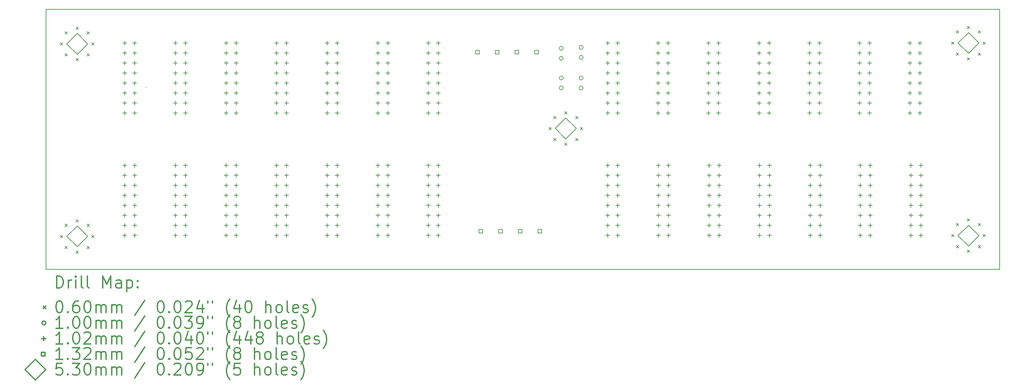
<source format=gbr>
%FSLAX45Y45*%
G04 Gerber Fmt 4.5, Leading zero omitted, Abs format (unit mm)*
G04 Created by KiCad (PCBNEW 4.0.7+dfsg1-1ubuntu2) date Sat Apr 28 09:12:00 2018*
%MOMM*%
%LPD*%
G01*
G04 APERTURE LIST*
%ADD10C,0.127000*%
%ADD11C,0.150000*%
%ADD12C,0.200000*%
%ADD13C,0.300000*%
G04 APERTURE END LIST*
D10*
D11*
X4730000Y-11080000D02*
X4740000Y-11080000D01*
X26400000Y-15700000D02*
X2200000Y-15700000D01*
X26400000Y-9100000D02*
X26400000Y-15700000D01*
X2200000Y-9100000D02*
X26400000Y-9100000D01*
X2200000Y-15700000D02*
X2200000Y-9100000D01*
D12*
X2561075Y-9945000D02*
X2621075Y-10005000D01*
X2621075Y-9945000D02*
X2561075Y-10005000D01*
X2561075Y-14836075D02*
X2621075Y-14896075D01*
X2621075Y-14836075D02*
X2561075Y-14896075D01*
X2677500Y-9663925D02*
X2737500Y-9723925D01*
X2737500Y-9663925D02*
X2677500Y-9723925D01*
X2677500Y-10226075D02*
X2737500Y-10286075D01*
X2737500Y-10226075D02*
X2677500Y-10286075D01*
X2677500Y-14555000D02*
X2737500Y-14615000D01*
X2737500Y-14555000D02*
X2677500Y-14615000D01*
X2677500Y-15117150D02*
X2737500Y-15177150D01*
X2737500Y-15117150D02*
X2677500Y-15177150D01*
X2958575Y-9547500D02*
X3018575Y-9607500D01*
X3018575Y-9547500D02*
X2958575Y-9607500D01*
X2958575Y-10342500D02*
X3018575Y-10402500D01*
X3018575Y-10342500D02*
X2958575Y-10402500D01*
X2958575Y-14438575D02*
X3018575Y-14498575D01*
X3018575Y-14438575D02*
X2958575Y-14498575D01*
X2958575Y-15233575D02*
X3018575Y-15293575D01*
X3018575Y-15233575D02*
X2958575Y-15293575D01*
X3239650Y-9663925D02*
X3299650Y-9723925D01*
X3299650Y-9663925D02*
X3239650Y-9723925D01*
X3239650Y-10226075D02*
X3299650Y-10286075D01*
X3299650Y-10226075D02*
X3239650Y-10286075D01*
X3239650Y-14555000D02*
X3299650Y-14615000D01*
X3299650Y-14555000D02*
X3239650Y-14615000D01*
X3239650Y-15117150D02*
X3299650Y-15177150D01*
X3299650Y-15117150D02*
X3239650Y-15177150D01*
X3356075Y-9945000D02*
X3416075Y-10005000D01*
X3416075Y-9945000D02*
X3356075Y-10005000D01*
X3356075Y-14836075D02*
X3416075Y-14896075D01*
X3416075Y-14836075D02*
X3356075Y-14896075D01*
X14963925Y-12093925D02*
X15023925Y-12153925D01*
X15023925Y-12093925D02*
X14963925Y-12153925D01*
X15080350Y-11812850D02*
X15140350Y-11872850D01*
X15140350Y-11812850D02*
X15080350Y-11872850D01*
X15080350Y-12375000D02*
X15140350Y-12435000D01*
X15140350Y-12375000D02*
X15080350Y-12435000D01*
X15361425Y-11696425D02*
X15421425Y-11756425D01*
X15421425Y-11696425D02*
X15361425Y-11756425D01*
X15361425Y-12491425D02*
X15421425Y-12551425D01*
X15421425Y-12491425D02*
X15361425Y-12551425D01*
X15642500Y-11812850D02*
X15702500Y-11872850D01*
X15702500Y-11812850D02*
X15642500Y-11872850D01*
X15642500Y-12375000D02*
X15702500Y-12435000D01*
X15702500Y-12375000D02*
X15642500Y-12435000D01*
X15758925Y-12093925D02*
X15818925Y-12153925D01*
X15818925Y-12093925D02*
X15758925Y-12153925D01*
X25186075Y-9925000D02*
X25246075Y-9985000D01*
X25246075Y-9925000D02*
X25186075Y-9985000D01*
X25186075Y-14816075D02*
X25246075Y-14876075D01*
X25246075Y-14816075D02*
X25186075Y-14876075D01*
X25302500Y-9643925D02*
X25362500Y-9703925D01*
X25362500Y-9643925D02*
X25302500Y-9703925D01*
X25302500Y-10206075D02*
X25362500Y-10266075D01*
X25362500Y-10206075D02*
X25302500Y-10266075D01*
X25302500Y-14535000D02*
X25362500Y-14595000D01*
X25362500Y-14535000D02*
X25302500Y-14595000D01*
X25302500Y-15097150D02*
X25362500Y-15157150D01*
X25362500Y-15097150D02*
X25302500Y-15157150D01*
X25583575Y-9527500D02*
X25643575Y-9587500D01*
X25643575Y-9527500D02*
X25583575Y-9587500D01*
X25583575Y-10322500D02*
X25643575Y-10382500D01*
X25643575Y-10322500D02*
X25583575Y-10382500D01*
X25583575Y-14418575D02*
X25643575Y-14478575D01*
X25643575Y-14418575D02*
X25583575Y-14478575D01*
X25583575Y-15213575D02*
X25643575Y-15273575D01*
X25643575Y-15213575D02*
X25583575Y-15273575D01*
X25864650Y-9643925D02*
X25924650Y-9703925D01*
X25924650Y-9643925D02*
X25864650Y-9703925D01*
X25864650Y-10206075D02*
X25924650Y-10266075D01*
X25924650Y-10206075D02*
X25864650Y-10266075D01*
X25864650Y-14535000D02*
X25924650Y-14595000D01*
X25924650Y-14535000D02*
X25864650Y-14595000D01*
X25864650Y-15097150D02*
X25924650Y-15157150D01*
X25924650Y-15097150D02*
X25864650Y-15157150D01*
X25981075Y-9925000D02*
X26041075Y-9985000D01*
X26041075Y-9925000D02*
X25981075Y-9985000D01*
X25981075Y-14816075D02*
X26041075Y-14876075D01*
X26041075Y-14816075D02*
X25981075Y-14876075D01*
X15325000Y-10087500D02*
G75*
G03X15325000Y-10087500I-50000J0D01*
G01*
X15325000Y-10341500D02*
G75*
G03X15325000Y-10341500I-50000J0D01*
G01*
X15325000Y-10842500D02*
G75*
G03X15325000Y-10842500I-50000J0D01*
G01*
X15325000Y-11096500D02*
G75*
G03X15325000Y-11096500I-50000J0D01*
G01*
X15830000Y-10065000D02*
G75*
G03X15830000Y-10065000I-50000J0D01*
G01*
X15830000Y-10319000D02*
G75*
G03X15830000Y-10319000I-50000J0D01*
G01*
X15830000Y-10842500D02*
G75*
G03X15830000Y-10842500I-50000J0D01*
G01*
X15830000Y-11096500D02*
G75*
G03X15830000Y-11096500I-50000J0D01*
G01*
X4195808Y-9902200D02*
X4195808Y-10003800D01*
X4145008Y-9953000D02*
X4246608Y-9953000D01*
X4195808Y-10156200D02*
X4195808Y-10257800D01*
X4145008Y-10207000D02*
X4246608Y-10207000D01*
X4195808Y-10410200D02*
X4195808Y-10511800D01*
X4145008Y-10461000D02*
X4246608Y-10461000D01*
X4195808Y-10664200D02*
X4195808Y-10765800D01*
X4145008Y-10715000D02*
X4246608Y-10715000D01*
X4195808Y-10918200D02*
X4195808Y-11019800D01*
X4145008Y-10969000D02*
X4246608Y-10969000D01*
X4195808Y-11172200D02*
X4195808Y-11273800D01*
X4145008Y-11223000D02*
X4246608Y-11223000D01*
X4195808Y-11426200D02*
X4195808Y-11527800D01*
X4145008Y-11477000D02*
X4246608Y-11477000D01*
X4195808Y-11680200D02*
X4195808Y-11781800D01*
X4145008Y-11731000D02*
X4246608Y-11731000D01*
X4195808Y-13008200D02*
X4195808Y-13109800D01*
X4145008Y-13059000D02*
X4246608Y-13059000D01*
X4195808Y-13262200D02*
X4195808Y-13363800D01*
X4145008Y-13313000D02*
X4246608Y-13313000D01*
X4195808Y-13516200D02*
X4195808Y-13617800D01*
X4145008Y-13567000D02*
X4246608Y-13567000D01*
X4195808Y-13770200D02*
X4195808Y-13871800D01*
X4145008Y-13821000D02*
X4246608Y-13821000D01*
X4195808Y-14024200D02*
X4195808Y-14125800D01*
X4145008Y-14075000D02*
X4246608Y-14075000D01*
X4195808Y-14278200D02*
X4195808Y-14379800D01*
X4145008Y-14329000D02*
X4246608Y-14329000D01*
X4195808Y-14532200D02*
X4195808Y-14633800D01*
X4145008Y-14583000D02*
X4246608Y-14583000D01*
X4195808Y-14786200D02*
X4195808Y-14887800D01*
X4145008Y-14837000D02*
X4246608Y-14837000D01*
X4449808Y-9902200D02*
X4449808Y-10003800D01*
X4399008Y-9953000D02*
X4500608Y-9953000D01*
X4449808Y-10156200D02*
X4449808Y-10257800D01*
X4399008Y-10207000D02*
X4500608Y-10207000D01*
X4449808Y-10410200D02*
X4449808Y-10511800D01*
X4399008Y-10461000D02*
X4500608Y-10461000D01*
X4449808Y-10664200D02*
X4449808Y-10765800D01*
X4399008Y-10715000D02*
X4500608Y-10715000D01*
X4449808Y-10918200D02*
X4449808Y-11019800D01*
X4399008Y-10969000D02*
X4500608Y-10969000D01*
X4449808Y-11172200D02*
X4449808Y-11273800D01*
X4399008Y-11223000D02*
X4500608Y-11223000D01*
X4449808Y-11426200D02*
X4449808Y-11527800D01*
X4399008Y-11477000D02*
X4500608Y-11477000D01*
X4449808Y-11680200D02*
X4449808Y-11781800D01*
X4399008Y-11731000D02*
X4500608Y-11731000D01*
X4449808Y-13008200D02*
X4449808Y-13109800D01*
X4399008Y-13059000D02*
X4500608Y-13059000D01*
X4449808Y-13262200D02*
X4449808Y-13363800D01*
X4399008Y-13313000D02*
X4500608Y-13313000D01*
X4449808Y-13516200D02*
X4449808Y-13617800D01*
X4399008Y-13567000D02*
X4500608Y-13567000D01*
X4449808Y-13770200D02*
X4449808Y-13871800D01*
X4399008Y-13821000D02*
X4500608Y-13821000D01*
X4449808Y-14024200D02*
X4449808Y-14125800D01*
X4399008Y-14075000D02*
X4500608Y-14075000D01*
X4449808Y-14278200D02*
X4449808Y-14379800D01*
X4399008Y-14329000D02*
X4500608Y-14329000D01*
X4449808Y-14532200D02*
X4449808Y-14633800D01*
X4399008Y-14583000D02*
X4500608Y-14583000D01*
X4449808Y-14786200D02*
X4449808Y-14887800D01*
X4399008Y-14837000D02*
X4500608Y-14837000D01*
X5480423Y-9902200D02*
X5480423Y-10003800D01*
X5429623Y-9953000D02*
X5531223Y-9953000D01*
X5480423Y-10156200D02*
X5480423Y-10257800D01*
X5429623Y-10207000D02*
X5531223Y-10207000D01*
X5480423Y-10410200D02*
X5480423Y-10511800D01*
X5429623Y-10461000D02*
X5531223Y-10461000D01*
X5480423Y-10664200D02*
X5480423Y-10765800D01*
X5429623Y-10715000D02*
X5531223Y-10715000D01*
X5480423Y-10918200D02*
X5480423Y-11019800D01*
X5429623Y-10969000D02*
X5531223Y-10969000D01*
X5480423Y-11172200D02*
X5480423Y-11273800D01*
X5429623Y-11223000D02*
X5531223Y-11223000D01*
X5480423Y-11426200D02*
X5480423Y-11527800D01*
X5429623Y-11477000D02*
X5531223Y-11477000D01*
X5480423Y-11680200D02*
X5480423Y-11781800D01*
X5429623Y-11731000D02*
X5531223Y-11731000D01*
X5480423Y-13008200D02*
X5480423Y-13109800D01*
X5429623Y-13059000D02*
X5531223Y-13059000D01*
X5480423Y-13262200D02*
X5480423Y-13363800D01*
X5429623Y-13313000D02*
X5531223Y-13313000D01*
X5480423Y-13516200D02*
X5480423Y-13617800D01*
X5429623Y-13567000D02*
X5531223Y-13567000D01*
X5480423Y-13770200D02*
X5480423Y-13871800D01*
X5429623Y-13821000D02*
X5531223Y-13821000D01*
X5480423Y-14024200D02*
X5480423Y-14125800D01*
X5429623Y-14075000D02*
X5531223Y-14075000D01*
X5480423Y-14278200D02*
X5480423Y-14379800D01*
X5429623Y-14329000D02*
X5531223Y-14329000D01*
X5480423Y-14532200D02*
X5480423Y-14633800D01*
X5429623Y-14583000D02*
X5531223Y-14583000D01*
X5480423Y-14786200D02*
X5480423Y-14887800D01*
X5429623Y-14837000D02*
X5531223Y-14837000D01*
X5734423Y-9902200D02*
X5734423Y-10003800D01*
X5683623Y-9953000D02*
X5785223Y-9953000D01*
X5734423Y-10156200D02*
X5734423Y-10257800D01*
X5683623Y-10207000D02*
X5785223Y-10207000D01*
X5734423Y-10410200D02*
X5734423Y-10511800D01*
X5683623Y-10461000D02*
X5785223Y-10461000D01*
X5734423Y-10664200D02*
X5734423Y-10765800D01*
X5683623Y-10715000D02*
X5785223Y-10715000D01*
X5734423Y-10918200D02*
X5734423Y-11019800D01*
X5683623Y-10969000D02*
X5785223Y-10969000D01*
X5734423Y-11172200D02*
X5734423Y-11273800D01*
X5683623Y-11223000D02*
X5785223Y-11223000D01*
X5734423Y-11426200D02*
X5734423Y-11527800D01*
X5683623Y-11477000D02*
X5785223Y-11477000D01*
X5734423Y-11680200D02*
X5734423Y-11781800D01*
X5683623Y-11731000D02*
X5785223Y-11731000D01*
X5734423Y-13008200D02*
X5734423Y-13109800D01*
X5683623Y-13059000D02*
X5785223Y-13059000D01*
X5734423Y-13262200D02*
X5734423Y-13363800D01*
X5683623Y-13313000D02*
X5785223Y-13313000D01*
X5734423Y-13516200D02*
X5734423Y-13617800D01*
X5683623Y-13567000D02*
X5785223Y-13567000D01*
X5734423Y-13770200D02*
X5734423Y-13871800D01*
X5683623Y-13821000D02*
X5785223Y-13821000D01*
X5734423Y-14024200D02*
X5734423Y-14125800D01*
X5683623Y-14075000D02*
X5785223Y-14075000D01*
X5734423Y-14278200D02*
X5734423Y-14379800D01*
X5683623Y-14329000D02*
X5785223Y-14329000D01*
X5734423Y-14532200D02*
X5734423Y-14633800D01*
X5683623Y-14583000D02*
X5785223Y-14583000D01*
X5734423Y-14786200D02*
X5734423Y-14887800D01*
X5683623Y-14837000D02*
X5785223Y-14837000D01*
X6765038Y-9902200D02*
X6765038Y-10003800D01*
X6714238Y-9953000D02*
X6815838Y-9953000D01*
X6765038Y-10156200D02*
X6765038Y-10257800D01*
X6714238Y-10207000D02*
X6815838Y-10207000D01*
X6765038Y-10410200D02*
X6765038Y-10511800D01*
X6714238Y-10461000D02*
X6815838Y-10461000D01*
X6765038Y-10664200D02*
X6765038Y-10765800D01*
X6714238Y-10715000D02*
X6815838Y-10715000D01*
X6765038Y-10918200D02*
X6765038Y-11019800D01*
X6714238Y-10969000D02*
X6815838Y-10969000D01*
X6765038Y-11172200D02*
X6765038Y-11273800D01*
X6714238Y-11223000D02*
X6815838Y-11223000D01*
X6765038Y-11426200D02*
X6765038Y-11527800D01*
X6714238Y-11477000D02*
X6815838Y-11477000D01*
X6765038Y-11680200D02*
X6765038Y-11781800D01*
X6714238Y-11731000D02*
X6815838Y-11731000D01*
X6765038Y-13008200D02*
X6765038Y-13109800D01*
X6714238Y-13059000D02*
X6815838Y-13059000D01*
X6765038Y-13262200D02*
X6765038Y-13363800D01*
X6714238Y-13313000D02*
X6815838Y-13313000D01*
X6765038Y-13516200D02*
X6765038Y-13617800D01*
X6714238Y-13567000D02*
X6815838Y-13567000D01*
X6765038Y-13770200D02*
X6765038Y-13871800D01*
X6714238Y-13821000D02*
X6815838Y-13821000D01*
X6765038Y-14024200D02*
X6765038Y-14125800D01*
X6714238Y-14075000D02*
X6815838Y-14075000D01*
X6765038Y-14278200D02*
X6765038Y-14379800D01*
X6714238Y-14329000D02*
X6815838Y-14329000D01*
X6765038Y-14532200D02*
X6765038Y-14633800D01*
X6714238Y-14583000D02*
X6815838Y-14583000D01*
X6765038Y-14786200D02*
X6765038Y-14887800D01*
X6714238Y-14837000D02*
X6815838Y-14837000D01*
X7019038Y-9902200D02*
X7019038Y-10003800D01*
X6968238Y-9953000D02*
X7069838Y-9953000D01*
X7019038Y-10156200D02*
X7019038Y-10257800D01*
X6968238Y-10207000D02*
X7069838Y-10207000D01*
X7019038Y-10410200D02*
X7019038Y-10511800D01*
X6968238Y-10461000D02*
X7069838Y-10461000D01*
X7019038Y-10664200D02*
X7019038Y-10765800D01*
X6968238Y-10715000D02*
X7069838Y-10715000D01*
X7019038Y-10918200D02*
X7019038Y-11019800D01*
X6968238Y-10969000D02*
X7069838Y-10969000D01*
X7019038Y-11172200D02*
X7019038Y-11273800D01*
X6968238Y-11223000D02*
X7069838Y-11223000D01*
X7019038Y-11426200D02*
X7019038Y-11527800D01*
X6968238Y-11477000D02*
X7069838Y-11477000D01*
X7019038Y-11680200D02*
X7019038Y-11781800D01*
X6968238Y-11731000D02*
X7069838Y-11731000D01*
X7019038Y-13008200D02*
X7019038Y-13109800D01*
X6968238Y-13059000D02*
X7069838Y-13059000D01*
X7019038Y-13262200D02*
X7019038Y-13363800D01*
X6968238Y-13313000D02*
X7069838Y-13313000D01*
X7019038Y-13516200D02*
X7019038Y-13617800D01*
X6968238Y-13567000D02*
X7069838Y-13567000D01*
X7019038Y-13770200D02*
X7019038Y-13871800D01*
X6968238Y-13821000D02*
X7069838Y-13821000D01*
X7019038Y-14024200D02*
X7019038Y-14125800D01*
X6968238Y-14075000D02*
X7069838Y-14075000D01*
X7019038Y-14278200D02*
X7019038Y-14379800D01*
X6968238Y-14329000D02*
X7069838Y-14329000D01*
X7019038Y-14532200D02*
X7019038Y-14633800D01*
X6968238Y-14583000D02*
X7069838Y-14583000D01*
X7019038Y-14786200D02*
X7019038Y-14887800D01*
X6968238Y-14837000D02*
X7069838Y-14837000D01*
X8049653Y-9902200D02*
X8049653Y-10003800D01*
X7998853Y-9953000D02*
X8100453Y-9953000D01*
X8049653Y-10156200D02*
X8049653Y-10257800D01*
X7998853Y-10207000D02*
X8100453Y-10207000D01*
X8049653Y-10410200D02*
X8049653Y-10511800D01*
X7998853Y-10461000D02*
X8100453Y-10461000D01*
X8049653Y-10664200D02*
X8049653Y-10765800D01*
X7998853Y-10715000D02*
X8100453Y-10715000D01*
X8049653Y-10918200D02*
X8049653Y-11019800D01*
X7998853Y-10969000D02*
X8100453Y-10969000D01*
X8049653Y-11172200D02*
X8049653Y-11273800D01*
X7998853Y-11223000D02*
X8100453Y-11223000D01*
X8049653Y-11426200D02*
X8049653Y-11527800D01*
X7998853Y-11477000D02*
X8100453Y-11477000D01*
X8049653Y-11680200D02*
X8049653Y-11781800D01*
X7998853Y-11731000D02*
X8100453Y-11731000D01*
X8049653Y-13008200D02*
X8049653Y-13109800D01*
X7998853Y-13059000D02*
X8100453Y-13059000D01*
X8049653Y-13262200D02*
X8049653Y-13363800D01*
X7998853Y-13313000D02*
X8100453Y-13313000D01*
X8049653Y-13516200D02*
X8049653Y-13617800D01*
X7998853Y-13567000D02*
X8100453Y-13567000D01*
X8049653Y-13770200D02*
X8049653Y-13871800D01*
X7998853Y-13821000D02*
X8100453Y-13821000D01*
X8049653Y-14024200D02*
X8049653Y-14125800D01*
X7998853Y-14075000D02*
X8100453Y-14075000D01*
X8049653Y-14278200D02*
X8049653Y-14379800D01*
X7998853Y-14329000D02*
X8100453Y-14329000D01*
X8049653Y-14532200D02*
X8049653Y-14633800D01*
X7998853Y-14583000D02*
X8100453Y-14583000D01*
X8049653Y-14786200D02*
X8049653Y-14887800D01*
X7998853Y-14837000D02*
X8100453Y-14837000D01*
X8303653Y-9902200D02*
X8303653Y-10003800D01*
X8252853Y-9953000D02*
X8354453Y-9953000D01*
X8303653Y-10156200D02*
X8303653Y-10257800D01*
X8252853Y-10207000D02*
X8354453Y-10207000D01*
X8303653Y-10410200D02*
X8303653Y-10511800D01*
X8252853Y-10461000D02*
X8354453Y-10461000D01*
X8303653Y-10664200D02*
X8303653Y-10765800D01*
X8252853Y-10715000D02*
X8354453Y-10715000D01*
X8303653Y-10918200D02*
X8303653Y-11019800D01*
X8252853Y-10969000D02*
X8354453Y-10969000D01*
X8303653Y-11172200D02*
X8303653Y-11273800D01*
X8252853Y-11223000D02*
X8354453Y-11223000D01*
X8303653Y-11426200D02*
X8303653Y-11527800D01*
X8252853Y-11477000D02*
X8354453Y-11477000D01*
X8303653Y-11680200D02*
X8303653Y-11781800D01*
X8252853Y-11731000D02*
X8354453Y-11731000D01*
X8303653Y-13008200D02*
X8303653Y-13109800D01*
X8252853Y-13059000D02*
X8354453Y-13059000D01*
X8303653Y-13262200D02*
X8303653Y-13363800D01*
X8252853Y-13313000D02*
X8354453Y-13313000D01*
X8303653Y-13516200D02*
X8303653Y-13617800D01*
X8252853Y-13567000D02*
X8354453Y-13567000D01*
X8303653Y-13770200D02*
X8303653Y-13871800D01*
X8252853Y-13821000D02*
X8354453Y-13821000D01*
X8303653Y-14024200D02*
X8303653Y-14125800D01*
X8252853Y-14075000D02*
X8354453Y-14075000D01*
X8303653Y-14278200D02*
X8303653Y-14379800D01*
X8252853Y-14329000D02*
X8354453Y-14329000D01*
X8303653Y-14532200D02*
X8303653Y-14633800D01*
X8252853Y-14583000D02*
X8354453Y-14583000D01*
X8303653Y-14786200D02*
X8303653Y-14887800D01*
X8252853Y-14837000D02*
X8354453Y-14837000D01*
X9334268Y-9902200D02*
X9334268Y-10003800D01*
X9283468Y-9953000D02*
X9385068Y-9953000D01*
X9334268Y-10156200D02*
X9334268Y-10257800D01*
X9283468Y-10207000D02*
X9385068Y-10207000D01*
X9334268Y-10410200D02*
X9334268Y-10511800D01*
X9283468Y-10461000D02*
X9385068Y-10461000D01*
X9334268Y-10664200D02*
X9334268Y-10765800D01*
X9283468Y-10715000D02*
X9385068Y-10715000D01*
X9334268Y-10918200D02*
X9334268Y-11019800D01*
X9283468Y-10969000D02*
X9385068Y-10969000D01*
X9334268Y-11172200D02*
X9334268Y-11273800D01*
X9283468Y-11223000D02*
X9385068Y-11223000D01*
X9334268Y-11426200D02*
X9334268Y-11527800D01*
X9283468Y-11477000D02*
X9385068Y-11477000D01*
X9334268Y-11680200D02*
X9334268Y-11781800D01*
X9283468Y-11731000D02*
X9385068Y-11731000D01*
X9334268Y-13008200D02*
X9334268Y-13109800D01*
X9283468Y-13059000D02*
X9385068Y-13059000D01*
X9334268Y-13262200D02*
X9334268Y-13363800D01*
X9283468Y-13313000D02*
X9385068Y-13313000D01*
X9334268Y-13516200D02*
X9334268Y-13617800D01*
X9283468Y-13567000D02*
X9385068Y-13567000D01*
X9334268Y-13770200D02*
X9334268Y-13871800D01*
X9283468Y-13821000D02*
X9385068Y-13821000D01*
X9334268Y-14024200D02*
X9334268Y-14125800D01*
X9283468Y-14075000D02*
X9385068Y-14075000D01*
X9334268Y-14278200D02*
X9334268Y-14379800D01*
X9283468Y-14329000D02*
X9385068Y-14329000D01*
X9334268Y-14532200D02*
X9334268Y-14633800D01*
X9283468Y-14583000D02*
X9385068Y-14583000D01*
X9334268Y-14786200D02*
X9334268Y-14887800D01*
X9283468Y-14837000D02*
X9385068Y-14837000D01*
X9588268Y-9902200D02*
X9588268Y-10003800D01*
X9537468Y-9953000D02*
X9639068Y-9953000D01*
X9588268Y-10156200D02*
X9588268Y-10257800D01*
X9537468Y-10207000D02*
X9639068Y-10207000D01*
X9588268Y-10410200D02*
X9588268Y-10511800D01*
X9537468Y-10461000D02*
X9639068Y-10461000D01*
X9588268Y-10664200D02*
X9588268Y-10765800D01*
X9537468Y-10715000D02*
X9639068Y-10715000D01*
X9588268Y-10918200D02*
X9588268Y-11019800D01*
X9537468Y-10969000D02*
X9639068Y-10969000D01*
X9588268Y-11172200D02*
X9588268Y-11273800D01*
X9537468Y-11223000D02*
X9639068Y-11223000D01*
X9588268Y-11426200D02*
X9588268Y-11527800D01*
X9537468Y-11477000D02*
X9639068Y-11477000D01*
X9588268Y-11680200D02*
X9588268Y-11781800D01*
X9537468Y-11731000D02*
X9639068Y-11731000D01*
X9588268Y-13008200D02*
X9588268Y-13109800D01*
X9537468Y-13059000D02*
X9639068Y-13059000D01*
X9588268Y-13262200D02*
X9588268Y-13363800D01*
X9537468Y-13313000D02*
X9639068Y-13313000D01*
X9588268Y-13516200D02*
X9588268Y-13617800D01*
X9537468Y-13567000D02*
X9639068Y-13567000D01*
X9588268Y-13770200D02*
X9588268Y-13871800D01*
X9537468Y-13821000D02*
X9639068Y-13821000D01*
X9588268Y-14024200D02*
X9588268Y-14125800D01*
X9537468Y-14075000D02*
X9639068Y-14075000D01*
X9588268Y-14278200D02*
X9588268Y-14379800D01*
X9537468Y-14329000D02*
X9639068Y-14329000D01*
X9588268Y-14532200D02*
X9588268Y-14633800D01*
X9537468Y-14583000D02*
X9639068Y-14583000D01*
X9588268Y-14786200D02*
X9588268Y-14887800D01*
X9537468Y-14837000D02*
X9639068Y-14837000D01*
X10618884Y-9902200D02*
X10618884Y-10003800D01*
X10568084Y-9953000D02*
X10669684Y-9953000D01*
X10618884Y-10156200D02*
X10618884Y-10257800D01*
X10568084Y-10207000D02*
X10669684Y-10207000D01*
X10618884Y-10410200D02*
X10618884Y-10511800D01*
X10568084Y-10461000D02*
X10669684Y-10461000D01*
X10618884Y-10664200D02*
X10618884Y-10765800D01*
X10568084Y-10715000D02*
X10669684Y-10715000D01*
X10618884Y-10918200D02*
X10618884Y-11019800D01*
X10568084Y-10969000D02*
X10669684Y-10969000D01*
X10618884Y-11172200D02*
X10618884Y-11273800D01*
X10568084Y-11223000D02*
X10669684Y-11223000D01*
X10618884Y-11426200D02*
X10618884Y-11527800D01*
X10568084Y-11477000D02*
X10669684Y-11477000D01*
X10618884Y-11680200D02*
X10618884Y-11781800D01*
X10568084Y-11731000D02*
X10669684Y-11731000D01*
X10618884Y-13008200D02*
X10618884Y-13109800D01*
X10568084Y-13059000D02*
X10669684Y-13059000D01*
X10618884Y-13262200D02*
X10618884Y-13363800D01*
X10568084Y-13313000D02*
X10669684Y-13313000D01*
X10618884Y-13516200D02*
X10618884Y-13617800D01*
X10568084Y-13567000D02*
X10669684Y-13567000D01*
X10618884Y-13770200D02*
X10618884Y-13871800D01*
X10568084Y-13821000D02*
X10669684Y-13821000D01*
X10618884Y-14024200D02*
X10618884Y-14125800D01*
X10568084Y-14075000D02*
X10669684Y-14075000D01*
X10618884Y-14278200D02*
X10618884Y-14379800D01*
X10568084Y-14329000D02*
X10669684Y-14329000D01*
X10618884Y-14532200D02*
X10618884Y-14633800D01*
X10568084Y-14583000D02*
X10669684Y-14583000D01*
X10618884Y-14786200D02*
X10618884Y-14887800D01*
X10568084Y-14837000D02*
X10669684Y-14837000D01*
X10872884Y-9902200D02*
X10872884Y-10003800D01*
X10822084Y-9953000D02*
X10923684Y-9953000D01*
X10872884Y-10156200D02*
X10872884Y-10257800D01*
X10822084Y-10207000D02*
X10923684Y-10207000D01*
X10872884Y-10410200D02*
X10872884Y-10511800D01*
X10822084Y-10461000D02*
X10923684Y-10461000D01*
X10872884Y-10664200D02*
X10872884Y-10765800D01*
X10822084Y-10715000D02*
X10923684Y-10715000D01*
X10872884Y-10918200D02*
X10872884Y-11019800D01*
X10822084Y-10969000D02*
X10923684Y-10969000D01*
X10872884Y-11172200D02*
X10872884Y-11273800D01*
X10822084Y-11223000D02*
X10923684Y-11223000D01*
X10872884Y-11426200D02*
X10872884Y-11527800D01*
X10822084Y-11477000D02*
X10923684Y-11477000D01*
X10872884Y-11680200D02*
X10872884Y-11781800D01*
X10822084Y-11731000D02*
X10923684Y-11731000D01*
X10872884Y-13008200D02*
X10872884Y-13109800D01*
X10822084Y-13059000D02*
X10923684Y-13059000D01*
X10872884Y-13262200D02*
X10872884Y-13363800D01*
X10822084Y-13313000D02*
X10923684Y-13313000D01*
X10872884Y-13516200D02*
X10872884Y-13617800D01*
X10822084Y-13567000D02*
X10923684Y-13567000D01*
X10872884Y-13770200D02*
X10872884Y-13871800D01*
X10822084Y-13821000D02*
X10923684Y-13821000D01*
X10872884Y-14024200D02*
X10872884Y-14125800D01*
X10822084Y-14075000D02*
X10923684Y-14075000D01*
X10872884Y-14278200D02*
X10872884Y-14379800D01*
X10822084Y-14329000D02*
X10923684Y-14329000D01*
X10872884Y-14532200D02*
X10872884Y-14633800D01*
X10822084Y-14583000D02*
X10923684Y-14583000D01*
X10872884Y-14786200D02*
X10872884Y-14887800D01*
X10822084Y-14837000D02*
X10923684Y-14837000D01*
X11903499Y-9902200D02*
X11903499Y-10003800D01*
X11852699Y-9953000D02*
X11954299Y-9953000D01*
X11903499Y-10156200D02*
X11903499Y-10257800D01*
X11852699Y-10207000D02*
X11954299Y-10207000D01*
X11903499Y-10410200D02*
X11903499Y-10511800D01*
X11852699Y-10461000D02*
X11954299Y-10461000D01*
X11903499Y-10664200D02*
X11903499Y-10765800D01*
X11852699Y-10715000D02*
X11954299Y-10715000D01*
X11903499Y-10918200D02*
X11903499Y-11019800D01*
X11852699Y-10969000D02*
X11954299Y-10969000D01*
X11903499Y-11172200D02*
X11903499Y-11273800D01*
X11852699Y-11223000D02*
X11954299Y-11223000D01*
X11903499Y-11426200D02*
X11903499Y-11527800D01*
X11852699Y-11477000D02*
X11954299Y-11477000D01*
X11903499Y-11680200D02*
X11903499Y-11781800D01*
X11852699Y-11731000D02*
X11954299Y-11731000D01*
X11903499Y-13008200D02*
X11903499Y-13109800D01*
X11852699Y-13059000D02*
X11954299Y-13059000D01*
X11903499Y-13262200D02*
X11903499Y-13363800D01*
X11852699Y-13313000D02*
X11954299Y-13313000D01*
X11903499Y-13516200D02*
X11903499Y-13617800D01*
X11852699Y-13567000D02*
X11954299Y-13567000D01*
X11903499Y-13770200D02*
X11903499Y-13871800D01*
X11852699Y-13821000D02*
X11954299Y-13821000D01*
X11903499Y-14024200D02*
X11903499Y-14125800D01*
X11852699Y-14075000D02*
X11954299Y-14075000D01*
X11903499Y-14278200D02*
X11903499Y-14379800D01*
X11852699Y-14329000D02*
X11954299Y-14329000D01*
X11903499Y-14532200D02*
X11903499Y-14633800D01*
X11852699Y-14583000D02*
X11954299Y-14583000D01*
X11903499Y-14786200D02*
X11903499Y-14887800D01*
X11852699Y-14837000D02*
X11954299Y-14837000D01*
X12157499Y-9902200D02*
X12157499Y-10003800D01*
X12106699Y-9953000D02*
X12208299Y-9953000D01*
X12157499Y-10156200D02*
X12157499Y-10257800D01*
X12106699Y-10207000D02*
X12208299Y-10207000D01*
X12157499Y-10410200D02*
X12157499Y-10511800D01*
X12106699Y-10461000D02*
X12208299Y-10461000D01*
X12157499Y-10664200D02*
X12157499Y-10765800D01*
X12106699Y-10715000D02*
X12208299Y-10715000D01*
X12157499Y-10918200D02*
X12157499Y-11019800D01*
X12106699Y-10969000D02*
X12208299Y-10969000D01*
X12157499Y-11172200D02*
X12157499Y-11273800D01*
X12106699Y-11223000D02*
X12208299Y-11223000D01*
X12157499Y-11426200D02*
X12157499Y-11527800D01*
X12106699Y-11477000D02*
X12208299Y-11477000D01*
X12157499Y-11680200D02*
X12157499Y-11781800D01*
X12106699Y-11731000D02*
X12208299Y-11731000D01*
X12157499Y-13008200D02*
X12157499Y-13109800D01*
X12106699Y-13059000D02*
X12208299Y-13059000D01*
X12157499Y-13262200D02*
X12157499Y-13363800D01*
X12106699Y-13313000D02*
X12208299Y-13313000D01*
X12157499Y-13516200D02*
X12157499Y-13617800D01*
X12106699Y-13567000D02*
X12208299Y-13567000D01*
X12157499Y-13770200D02*
X12157499Y-13871800D01*
X12106699Y-13821000D02*
X12208299Y-13821000D01*
X12157499Y-14024200D02*
X12157499Y-14125800D01*
X12106699Y-14075000D02*
X12208299Y-14075000D01*
X12157499Y-14278200D02*
X12157499Y-14379800D01*
X12106699Y-14329000D02*
X12208299Y-14329000D01*
X12157499Y-14532200D02*
X12157499Y-14633800D01*
X12106699Y-14583000D02*
X12208299Y-14583000D01*
X12157499Y-14786200D02*
X12157499Y-14887800D01*
X12106699Y-14837000D02*
X12208299Y-14837000D01*
X16456000Y-9902200D02*
X16456000Y-10003800D01*
X16405200Y-9953000D02*
X16506800Y-9953000D01*
X16456000Y-10156200D02*
X16456000Y-10257800D01*
X16405200Y-10207000D02*
X16506800Y-10207000D01*
X16456000Y-10410200D02*
X16456000Y-10511800D01*
X16405200Y-10461000D02*
X16506800Y-10461000D01*
X16456000Y-10664200D02*
X16456000Y-10765800D01*
X16405200Y-10715000D02*
X16506800Y-10715000D01*
X16456000Y-10918200D02*
X16456000Y-11019800D01*
X16405200Y-10969000D02*
X16506800Y-10969000D01*
X16456000Y-11172200D02*
X16456000Y-11273800D01*
X16405200Y-11223000D02*
X16506800Y-11223000D01*
X16456000Y-11426200D02*
X16456000Y-11527800D01*
X16405200Y-11477000D02*
X16506800Y-11477000D01*
X16456000Y-11680200D02*
X16456000Y-11781800D01*
X16405200Y-11731000D02*
X16506800Y-11731000D01*
X16458500Y-13008200D02*
X16458500Y-13109800D01*
X16407700Y-13059000D02*
X16509300Y-13059000D01*
X16458500Y-13262200D02*
X16458500Y-13363800D01*
X16407700Y-13313000D02*
X16509300Y-13313000D01*
X16458500Y-13516200D02*
X16458500Y-13617800D01*
X16407700Y-13567000D02*
X16509300Y-13567000D01*
X16458500Y-13770200D02*
X16458500Y-13871800D01*
X16407700Y-13821000D02*
X16509300Y-13821000D01*
X16458500Y-14024200D02*
X16458500Y-14125800D01*
X16407700Y-14075000D02*
X16509300Y-14075000D01*
X16458500Y-14278200D02*
X16458500Y-14379800D01*
X16407700Y-14329000D02*
X16509300Y-14329000D01*
X16458500Y-14532200D02*
X16458500Y-14633800D01*
X16407700Y-14583000D02*
X16509300Y-14583000D01*
X16458500Y-14786200D02*
X16458500Y-14887800D01*
X16407700Y-14837000D02*
X16509300Y-14837000D01*
X16710000Y-9902200D02*
X16710000Y-10003800D01*
X16659200Y-9953000D02*
X16760800Y-9953000D01*
X16710000Y-10156200D02*
X16710000Y-10257800D01*
X16659200Y-10207000D02*
X16760800Y-10207000D01*
X16710000Y-10410200D02*
X16710000Y-10511800D01*
X16659200Y-10461000D02*
X16760800Y-10461000D01*
X16710000Y-10664200D02*
X16710000Y-10765800D01*
X16659200Y-10715000D02*
X16760800Y-10715000D01*
X16710000Y-10918200D02*
X16710000Y-11019800D01*
X16659200Y-10969000D02*
X16760800Y-10969000D01*
X16710000Y-11172200D02*
X16710000Y-11273800D01*
X16659200Y-11223000D02*
X16760800Y-11223000D01*
X16710000Y-11426200D02*
X16710000Y-11527800D01*
X16659200Y-11477000D02*
X16760800Y-11477000D01*
X16710000Y-11680200D02*
X16710000Y-11781800D01*
X16659200Y-11731000D02*
X16760800Y-11731000D01*
X16712500Y-13008200D02*
X16712500Y-13109800D01*
X16661700Y-13059000D02*
X16763300Y-13059000D01*
X16712500Y-13262200D02*
X16712500Y-13363800D01*
X16661700Y-13313000D02*
X16763300Y-13313000D01*
X16712500Y-13516200D02*
X16712500Y-13617800D01*
X16661700Y-13567000D02*
X16763300Y-13567000D01*
X16712500Y-13770200D02*
X16712500Y-13871800D01*
X16661700Y-13821000D02*
X16763300Y-13821000D01*
X16712500Y-14024200D02*
X16712500Y-14125800D01*
X16661700Y-14075000D02*
X16763300Y-14075000D01*
X16712500Y-14278200D02*
X16712500Y-14379800D01*
X16661700Y-14329000D02*
X16763300Y-14329000D01*
X16712500Y-14532200D02*
X16712500Y-14633800D01*
X16661700Y-14583000D02*
X16763300Y-14583000D01*
X16712500Y-14786200D02*
X16712500Y-14887800D01*
X16661700Y-14837000D02*
X16763300Y-14837000D01*
X17734333Y-9902200D02*
X17734333Y-10003800D01*
X17683533Y-9953000D02*
X17785133Y-9953000D01*
X17734333Y-10156200D02*
X17734333Y-10257800D01*
X17683533Y-10207000D02*
X17785133Y-10207000D01*
X17734333Y-10410200D02*
X17734333Y-10511800D01*
X17683533Y-10461000D02*
X17785133Y-10461000D01*
X17734333Y-10664200D02*
X17734333Y-10765800D01*
X17683533Y-10715000D02*
X17785133Y-10715000D01*
X17734333Y-10918200D02*
X17734333Y-11019800D01*
X17683533Y-10969000D02*
X17785133Y-10969000D01*
X17734333Y-11172200D02*
X17734333Y-11273800D01*
X17683533Y-11223000D02*
X17785133Y-11223000D01*
X17734333Y-11426200D02*
X17734333Y-11527800D01*
X17683533Y-11477000D02*
X17785133Y-11477000D01*
X17734333Y-11680200D02*
X17734333Y-11781800D01*
X17683533Y-11731000D02*
X17785133Y-11731000D01*
X17740583Y-13008200D02*
X17740583Y-13109800D01*
X17689783Y-13059000D02*
X17791383Y-13059000D01*
X17740583Y-13262200D02*
X17740583Y-13363800D01*
X17689783Y-13313000D02*
X17791383Y-13313000D01*
X17740583Y-13516200D02*
X17740583Y-13617800D01*
X17689783Y-13567000D02*
X17791383Y-13567000D01*
X17740583Y-13770200D02*
X17740583Y-13871800D01*
X17689783Y-13821000D02*
X17791383Y-13821000D01*
X17740583Y-14024200D02*
X17740583Y-14125800D01*
X17689783Y-14075000D02*
X17791383Y-14075000D01*
X17740583Y-14278200D02*
X17740583Y-14379800D01*
X17689783Y-14329000D02*
X17791383Y-14329000D01*
X17740583Y-14532200D02*
X17740583Y-14633800D01*
X17689783Y-14583000D02*
X17791383Y-14583000D01*
X17740583Y-14786200D02*
X17740583Y-14887800D01*
X17689783Y-14837000D02*
X17791383Y-14837000D01*
X17988333Y-9902200D02*
X17988333Y-10003800D01*
X17937533Y-9953000D02*
X18039133Y-9953000D01*
X17988333Y-10156200D02*
X17988333Y-10257800D01*
X17937533Y-10207000D02*
X18039133Y-10207000D01*
X17988333Y-10410200D02*
X17988333Y-10511800D01*
X17937533Y-10461000D02*
X18039133Y-10461000D01*
X17988333Y-10664200D02*
X17988333Y-10765800D01*
X17937533Y-10715000D02*
X18039133Y-10715000D01*
X17988333Y-10918200D02*
X17988333Y-11019800D01*
X17937533Y-10969000D02*
X18039133Y-10969000D01*
X17988333Y-11172200D02*
X17988333Y-11273800D01*
X17937533Y-11223000D02*
X18039133Y-11223000D01*
X17988333Y-11426200D02*
X17988333Y-11527800D01*
X17937533Y-11477000D02*
X18039133Y-11477000D01*
X17988333Y-11680200D02*
X17988333Y-11781800D01*
X17937533Y-11731000D02*
X18039133Y-11731000D01*
X17994583Y-13008200D02*
X17994583Y-13109800D01*
X17943783Y-13059000D02*
X18045383Y-13059000D01*
X17994583Y-13262200D02*
X17994583Y-13363800D01*
X17943783Y-13313000D02*
X18045383Y-13313000D01*
X17994583Y-13516200D02*
X17994583Y-13617800D01*
X17943783Y-13567000D02*
X18045383Y-13567000D01*
X17994583Y-13770200D02*
X17994583Y-13871800D01*
X17943783Y-13821000D02*
X18045383Y-13821000D01*
X17994583Y-14024200D02*
X17994583Y-14125800D01*
X17943783Y-14075000D02*
X18045383Y-14075000D01*
X17994583Y-14278200D02*
X17994583Y-14379800D01*
X17943783Y-14329000D02*
X18045383Y-14329000D01*
X17994583Y-14532200D02*
X17994583Y-14633800D01*
X17943783Y-14583000D02*
X18045383Y-14583000D01*
X17994583Y-14786200D02*
X17994583Y-14887800D01*
X17943783Y-14837000D02*
X18045383Y-14837000D01*
X19015167Y-9902200D02*
X19015167Y-10003800D01*
X18964367Y-9953000D02*
X19065967Y-9953000D01*
X19015167Y-10156200D02*
X19015167Y-10257800D01*
X18964367Y-10207000D02*
X19065967Y-10207000D01*
X19015167Y-10410200D02*
X19015167Y-10511800D01*
X18964367Y-10461000D02*
X19065967Y-10461000D01*
X19015167Y-10664200D02*
X19015167Y-10765800D01*
X18964367Y-10715000D02*
X19065967Y-10715000D01*
X19015167Y-10918200D02*
X19015167Y-11019800D01*
X18964367Y-10969000D02*
X19065967Y-10969000D01*
X19015167Y-11172200D02*
X19015167Y-11273800D01*
X18964367Y-11223000D02*
X19065967Y-11223000D01*
X19015167Y-11426200D02*
X19015167Y-11527800D01*
X18964367Y-11477000D02*
X19065967Y-11477000D01*
X19015167Y-11680200D02*
X19015167Y-11781800D01*
X18964367Y-11731000D02*
X19065967Y-11731000D01*
X19025167Y-13008200D02*
X19025167Y-13109800D01*
X18974367Y-13059000D02*
X19075967Y-13059000D01*
X19025167Y-13262200D02*
X19025167Y-13363800D01*
X18974367Y-13313000D02*
X19075967Y-13313000D01*
X19025167Y-13516200D02*
X19025167Y-13617800D01*
X18974367Y-13567000D02*
X19075967Y-13567000D01*
X19025167Y-13770200D02*
X19025167Y-13871800D01*
X18974367Y-13821000D02*
X19075967Y-13821000D01*
X19025167Y-14024200D02*
X19025167Y-14125800D01*
X18974367Y-14075000D02*
X19075967Y-14075000D01*
X19025167Y-14278200D02*
X19025167Y-14379800D01*
X18974367Y-14329000D02*
X19075967Y-14329000D01*
X19025167Y-14532200D02*
X19025167Y-14633800D01*
X18974367Y-14583000D02*
X19075967Y-14583000D01*
X19025167Y-14786200D02*
X19025167Y-14887800D01*
X18974367Y-14837000D02*
X19075967Y-14837000D01*
X19269167Y-9902200D02*
X19269167Y-10003800D01*
X19218367Y-9953000D02*
X19319967Y-9953000D01*
X19269167Y-10156200D02*
X19269167Y-10257800D01*
X19218367Y-10207000D02*
X19319967Y-10207000D01*
X19269167Y-10410200D02*
X19269167Y-10511800D01*
X19218367Y-10461000D02*
X19319967Y-10461000D01*
X19269167Y-10664200D02*
X19269167Y-10765800D01*
X19218367Y-10715000D02*
X19319967Y-10715000D01*
X19269167Y-10918200D02*
X19269167Y-11019800D01*
X19218367Y-10969000D02*
X19319967Y-10969000D01*
X19269167Y-11172200D02*
X19269167Y-11273800D01*
X19218367Y-11223000D02*
X19319967Y-11223000D01*
X19269167Y-11426200D02*
X19269167Y-11527800D01*
X19218367Y-11477000D02*
X19319967Y-11477000D01*
X19269167Y-11680200D02*
X19269167Y-11781800D01*
X19218367Y-11731000D02*
X19319967Y-11731000D01*
X19279167Y-13008200D02*
X19279167Y-13109800D01*
X19228367Y-13059000D02*
X19329967Y-13059000D01*
X19279167Y-13262200D02*
X19279167Y-13363800D01*
X19228367Y-13313000D02*
X19329967Y-13313000D01*
X19279167Y-13516200D02*
X19279167Y-13617800D01*
X19228367Y-13567000D02*
X19329967Y-13567000D01*
X19279167Y-13770200D02*
X19279167Y-13871800D01*
X19228367Y-13821000D02*
X19329967Y-13821000D01*
X19279167Y-14024200D02*
X19279167Y-14125800D01*
X19228367Y-14075000D02*
X19329967Y-14075000D01*
X19279167Y-14278200D02*
X19279167Y-14379800D01*
X19228367Y-14329000D02*
X19329967Y-14329000D01*
X19279167Y-14532200D02*
X19279167Y-14633800D01*
X19228367Y-14583000D02*
X19329967Y-14583000D01*
X19279167Y-14786200D02*
X19279167Y-14887800D01*
X19228367Y-14837000D02*
X19329967Y-14837000D01*
X20296000Y-9902200D02*
X20296000Y-10003800D01*
X20245200Y-9953000D02*
X20346800Y-9953000D01*
X20296000Y-10156200D02*
X20296000Y-10257800D01*
X20245200Y-10207000D02*
X20346800Y-10207000D01*
X20296000Y-10410200D02*
X20296000Y-10511800D01*
X20245200Y-10461000D02*
X20346800Y-10461000D01*
X20296000Y-10664200D02*
X20296000Y-10765800D01*
X20245200Y-10715000D02*
X20346800Y-10715000D01*
X20296000Y-10918200D02*
X20296000Y-11019800D01*
X20245200Y-10969000D02*
X20346800Y-10969000D01*
X20296000Y-11172200D02*
X20296000Y-11273800D01*
X20245200Y-11223000D02*
X20346800Y-11223000D01*
X20296000Y-11426200D02*
X20296000Y-11527800D01*
X20245200Y-11477000D02*
X20346800Y-11477000D01*
X20296000Y-11680200D02*
X20296000Y-11781800D01*
X20245200Y-11731000D02*
X20346800Y-11731000D01*
X20309750Y-13008200D02*
X20309750Y-13109800D01*
X20258950Y-13059000D02*
X20360550Y-13059000D01*
X20309750Y-13262200D02*
X20309750Y-13363800D01*
X20258950Y-13313000D02*
X20360550Y-13313000D01*
X20309750Y-13516200D02*
X20309750Y-13617800D01*
X20258950Y-13567000D02*
X20360550Y-13567000D01*
X20309750Y-13770200D02*
X20309750Y-13871800D01*
X20258950Y-13821000D02*
X20360550Y-13821000D01*
X20309750Y-14024200D02*
X20309750Y-14125800D01*
X20258950Y-14075000D02*
X20360550Y-14075000D01*
X20309750Y-14278200D02*
X20309750Y-14379800D01*
X20258950Y-14329000D02*
X20360550Y-14329000D01*
X20309750Y-14532200D02*
X20309750Y-14633800D01*
X20258950Y-14583000D02*
X20360550Y-14583000D01*
X20309750Y-14786200D02*
X20309750Y-14887800D01*
X20258950Y-14837000D02*
X20360550Y-14837000D01*
X20550000Y-9902200D02*
X20550000Y-10003800D01*
X20499200Y-9953000D02*
X20600800Y-9953000D01*
X20550000Y-10156200D02*
X20550000Y-10257800D01*
X20499200Y-10207000D02*
X20600800Y-10207000D01*
X20550000Y-10410200D02*
X20550000Y-10511800D01*
X20499200Y-10461000D02*
X20600800Y-10461000D01*
X20550000Y-10664200D02*
X20550000Y-10765800D01*
X20499200Y-10715000D02*
X20600800Y-10715000D01*
X20550000Y-10918200D02*
X20550000Y-11019800D01*
X20499200Y-10969000D02*
X20600800Y-10969000D01*
X20550000Y-11172200D02*
X20550000Y-11273800D01*
X20499200Y-11223000D02*
X20600800Y-11223000D01*
X20550000Y-11426200D02*
X20550000Y-11527800D01*
X20499200Y-11477000D02*
X20600800Y-11477000D01*
X20550000Y-11680200D02*
X20550000Y-11781800D01*
X20499200Y-11731000D02*
X20600800Y-11731000D01*
X20563750Y-13008200D02*
X20563750Y-13109800D01*
X20512950Y-13059000D02*
X20614550Y-13059000D01*
X20563750Y-13262200D02*
X20563750Y-13363800D01*
X20512950Y-13313000D02*
X20614550Y-13313000D01*
X20563750Y-13516200D02*
X20563750Y-13617800D01*
X20512950Y-13567000D02*
X20614550Y-13567000D01*
X20563750Y-13770200D02*
X20563750Y-13871800D01*
X20512950Y-13821000D02*
X20614550Y-13821000D01*
X20563750Y-14024200D02*
X20563750Y-14125800D01*
X20512950Y-14075000D02*
X20614550Y-14075000D01*
X20563750Y-14278200D02*
X20563750Y-14379800D01*
X20512950Y-14329000D02*
X20614550Y-14329000D01*
X20563750Y-14532200D02*
X20563750Y-14633800D01*
X20512950Y-14583000D02*
X20614550Y-14583000D01*
X20563750Y-14786200D02*
X20563750Y-14887800D01*
X20512950Y-14837000D02*
X20614550Y-14837000D01*
X21574333Y-9902200D02*
X21574333Y-10003800D01*
X21523533Y-9953000D02*
X21625133Y-9953000D01*
X21574333Y-10156200D02*
X21574333Y-10257800D01*
X21523533Y-10207000D02*
X21625133Y-10207000D01*
X21574333Y-10410200D02*
X21574333Y-10511800D01*
X21523533Y-10461000D02*
X21625133Y-10461000D01*
X21574333Y-10664200D02*
X21574333Y-10765800D01*
X21523533Y-10715000D02*
X21625133Y-10715000D01*
X21574333Y-10918200D02*
X21574333Y-11019800D01*
X21523533Y-10969000D02*
X21625133Y-10969000D01*
X21574333Y-11172200D02*
X21574333Y-11273800D01*
X21523533Y-11223000D02*
X21625133Y-11223000D01*
X21574333Y-11426200D02*
X21574333Y-11527800D01*
X21523533Y-11477000D02*
X21625133Y-11477000D01*
X21574333Y-11680200D02*
X21574333Y-11781800D01*
X21523533Y-11731000D02*
X21625133Y-11731000D01*
X21591833Y-13008200D02*
X21591833Y-13109800D01*
X21541033Y-13059000D02*
X21642633Y-13059000D01*
X21591833Y-13262200D02*
X21591833Y-13363800D01*
X21541033Y-13313000D02*
X21642633Y-13313000D01*
X21591833Y-13516200D02*
X21591833Y-13617800D01*
X21541033Y-13567000D02*
X21642633Y-13567000D01*
X21591833Y-13770200D02*
X21591833Y-13871800D01*
X21541033Y-13821000D02*
X21642633Y-13821000D01*
X21591833Y-14024200D02*
X21591833Y-14125800D01*
X21541033Y-14075000D02*
X21642633Y-14075000D01*
X21591833Y-14278200D02*
X21591833Y-14379800D01*
X21541033Y-14329000D02*
X21642633Y-14329000D01*
X21591833Y-14532200D02*
X21591833Y-14633800D01*
X21541033Y-14583000D02*
X21642633Y-14583000D01*
X21591833Y-14786200D02*
X21591833Y-14887800D01*
X21541033Y-14837000D02*
X21642633Y-14837000D01*
X21828333Y-9902200D02*
X21828333Y-10003800D01*
X21777533Y-9953000D02*
X21879133Y-9953000D01*
X21828333Y-10156200D02*
X21828333Y-10257800D01*
X21777533Y-10207000D02*
X21879133Y-10207000D01*
X21828333Y-10410200D02*
X21828333Y-10511800D01*
X21777533Y-10461000D02*
X21879133Y-10461000D01*
X21828333Y-10664200D02*
X21828333Y-10765800D01*
X21777533Y-10715000D02*
X21879133Y-10715000D01*
X21828333Y-10918200D02*
X21828333Y-11019800D01*
X21777533Y-10969000D02*
X21879133Y-10969000D01*
X21828333Y-11172200D02*
X21828333Y-11273800D01*
X21777533Y-11223000D02*
X21879133Y-11223000D01*
X21828333Y-11426200D02*
X21828333Y-11527800D01*
X21777533Y-11477000D02*
X21879133Y-11477000D01*
X21828333Y-11680200D02*
X21828333Y-11781800D01*
X21777533Y-11731000D02*
X21879133Y-11731000D01*
X21845833Y-13008200D02*
X21845833Y-13109800D01*
X21795033Y-13059000D02*
X21896633Y-13059000D01*
X21845833Y-13262200D02*
X21845833Y-13363800D01*
X21795033Y-13313000D02*
X21896633Y-13313000D01*
X21845833Y-13516200D02*
X21845833Y-13617800D01*
X21795033Y-13567000D02*
X21896633Y-13567000D01*
X21845833Y-13770200D02*
X21845833Y-13871800D01*
X21795033Y-13821000D02*
X21896633Y-13821000D01*
X21845833Y-14024200D02*
X21845833Y-14125800D01*
X21795033Y-14075000D02*
X21896633Y-14075000D01*
X21845833Y-14278200D02*
X21845833Y-14379800D01*
X21795033Y-14329000D02*
X21896633Y-14329000D01*
X21845833Y-14532200D02*
X21845833Y-14633800D01*
X21795033Y-14583000D02*
X21896633Y-14583000D01*
X21845833Y-14786200D02*
X21845833Y-14887800D01*
X21795033Y-14837000D02*
X21896633Y-14837000D01*
X22845166Y-9902200D02*
X22845166Y-10003800D01*
X22794366Y-9953000D02*
X22895966Y-9953000D01*
X22845166Y-10156200D02*
X22845166Y-10257800D01*
X22794366Y-10207000D02*
X22895966Y-10207000D01*
X22845166Y-10410200D02*
X22845166Y-10511800D01*
X22794366Y-10461000D02*
X22895966Y-10461000D01*
X22845166Y-10664200D02*
X22845166Y-10765800D01*
X22794366Y-10715000D02*
X22895966Y-10715000D01*
X22845166Y-10918200D02*
X22845166Y-11019800D01*
X22794366Y-10969000D02*
X22895966Y-10969000D01*
X22845166Y-11172200D02*
X22845166Y-11273800D01*
X22794366Y-11223000D02*
X22895966Y-11223000D01*
X22845166Y-11426200D02*
X22845166Y-11527800D01*
X22794366Y-11477000D02*
X22895966Y-11477000D01*
X22845166Y-11680200D02*
X22845166Y-11781800D01*
X22794366Y-11731000D02*
X22895966Y-11731000D01*
X22866416Y-13008200D02*
X22866416Y-13109800D01*
X22815616Y-13059000D02*
X22917216Y-13059000D01*
X22866416Y-13262200D02*
X22866416Y-13363800D01*
X22815616Y-13313000D02*
X22917216Y-13313000D01*
X22866416Y-13516200D02*
X22866416Y-13617800D01*
X22815616Y-13567000D02*
X22917216Y-13567000D01*
X22866416Y-13770200D02*
X22866416Y-13871800D01*
X22815616Y-13821000D02*
X22917216Y-13821000D01*
X22866416Y-14024200D02*
X22866416Y-14125800D01*
X22815616Y-14075000D02*
X22917216Y-14075000D01*
X22866416Y-14278200D02*
X22866416Y-14379800D01*
X22815616Y-14329000D02*
X22917216Y-14329000D01*
X22866416Y-14532200D02*
X22866416Y-14633800D01*
X22815616Y-14583000D02*
X22917216Y-14583000D01*
X22866416Y-14786200D02*
X22866416Y-14887800D01*
X22815616Y-14837000D02*
X22917216Y-14837000D01*
X23099166Y-9902200D02*
X23099166Y-10003800D01*
X23048366Y-9953000D02*
X23149966Y-9953000D01*
X23099166Y-10156200D02*
X23099166Y-10257800D01*
X23048366Y-10207000D02*
X23149966Y-10207000D01*
X23099166Y-10410200D02*
X23099166Y-10511800D01*
X23048366Y-10461000D02*
X23149966Y-10461000D01*
X23099166Y-10664200D02*
X23099166Y-10765800D01*
X23048366Y-10715000D02*
X23149966Y-10715000D01*
X23099166Y-10918200D02*
X23099166Y-11019800D01*
X23048366Y-10969000D02*
X23149966Y-10969000D01*
X23099166Y-11172200D02*
X23099166Y-11273800D01*
X23048366Y-11223000D02*
X23149966Y-11223000D01*
X23099166Y-11426200D02*
X23099166Y-11527800D01*
X23048366Y-11477000D02*
X23149966Y-11477000D01*
X23099166Y-11680200D02*
X23099166Y-11781800D01*
X23048366Y-11731000D02*
X23149966Y-11731000D01*
X23120416Y-13008200D02*
X23120416Y-13109800D01*
X23069616Y-13059000D02*
X23171216Y-13059000D01*
X23120416Y-13262200D02*
X23120416Y-13363800D01*
X23069616Y-13313000D02*
X23171216Y-13313000D01*
X23120416Y-13516200D02*
X23120416Y-13617800D01*
X23069616Y-13567000D02*
X23171216Y-13567000D01*
X23120416Y-13770200D02*
X23120416Y-13871800D01*
X23069616Y-13821000D02*
X23171216Y-13821000D01*
X23120416Y-14024200D02*
X23120416Y-14125800D01*
X23069616Y-14075000D02*
X23171216Y-14075000D01*
X23120416Y-14278200D02*
X23120416Y-14379800D01*
X23069616Y-14329000D02*
X23171216Y-14329000D01*
X23120416Y-14532200D02*
X23120416Y-14633800D01*
X23069616Y-14583000D02*
X23171216Y-14583000D01*
X23120416Y-14786200D02*
X23120416Y-14887800D01*
X23069616Y-14837000D02*
X23171216Y-14837000D01*
X24126000Y-9902200D02*
X24126000Y-10003800D01*
X24075200Y-9953000D02*
X24176800Y-9953000D01*
X24126000Y-10156200D02*
X24126000Y-10257800D01*
X24075200Y-10207000D02*
X24176800Y-10207000D01*
X24126000Y-10410200D02*
X24126000Y-10511800D01*
X24075200Y-10461000D02*
X24176800Y-10461000D01*
X24126000Y-10664200D02*
X24126000Y-10765800D01*
X24075200Y-10715000D02*
X24176800Y-10715000D01*
X24126000Y-10918200D02*
X24126000Y-11019800D01*
X24075200Y-10969000D02*
X24176800Y-10969000D01*
X24126000Y-11172200D02*
X24126000Y-11273800D01*
X24075200Y-11223000D02*
X24176800Y-11223000D01*
X24126000Y-11426200D02*
X24126000Y-11527800D01*
X24075200Y-11477000D02*
X24176800Y-11477000D01*
X24126000Y-11680200D02*
X24126000Y-11781800D01*
X24075200Y-11731000D02*
X24176800Y-11731000D01*
X24151000Y-13008200D02*
X24151000Y-13109800D01*
X24100200Y-13059000D02*
X24201800Y-13059000D01*
X24151000Y-13262200D02*
X24151000Y-13363800D01*
X24100200Y-13313000D02*
X24201800Y-13313000D01*
X24151000Y-13516200D02*
X24151000Y-13617800D01*
X24100200Y-13567000D02*
X24201800Y-13567000D01*
X24151000Y-13770200D02*
X24151000Y-13871800D01*
X24100200Y-13821000D02*
X24201800Y-13821000D01*
X24151000Y-14024200D02*
X24151000Y-14125800D01*
X24100200Y-14075000D02*
X24201800Y-14075000D01*
X24151000Y-14278200D02*
X24151000Y-14379800D01*
X24100200Y-14329000D02*
X24201800Y-14329000D01*
X24151000Y-14532200D02*
X24151000Y-14633800D01*
X24100200Y-14583000D02*
X24201800Y-14583000D01*
X24151000Y-14786200D02*
X24151000Y-14887800D01*
X24100200Y-14837000D02*
X24201800Y-14837000D01*
X24380000Y-9902200D02*
X24380000Y-10003800D01*
X24329200Y-9953000D02*
X24430800Y-9953000D01*
X24380000Y-10156200D02*
X24380000Y-10257800D01*
X24329200Y-10207000D02*
X24430800Y-10207000D01*
X24380000Y-10410200D02*
X24380000Y-10511800D01*
X24329200Y-10461000D02*
X24430800Y-10461000D01*
X24380000Y-10664200D02*
X24380000Y-10765800D01*
X24329200Y-10715000D02*
X24430800Y-10715000D01*
X24380000Y-10918200D02*
X24380000Y-11019800D01*
X24329200Y-10969000D02*
X24430800Y-10969000D01*
X24380000Y-11172200D02*
X24380000Y-11273800D01*
X24329200Y-11223000D02*
X24430800Y-11223000D01*
X24380000Y-11426200D02*
X24380000Y-11527800D01*
X24329200Y-11477000D02*
X24430800Y-11477000D01*
X24380000Y-11680200D02*
X24380000Y-11781800D01*
X24329200Y-11731000D02*
X24430800Y-11731000D01*
X24405000Y-13008200D02*
X24405000Y-13109800D01*
X24354200Y-13059000D02*
X24455800Y-13059000D01*
X24405000Y-13262200D02*
X24405000Y-13363800D01*
X24354200Y-13313000D02*
X24455800Y-13313000D01*
X24405000Y-13516200D02*
X24405000Y-13617800D01*
X24354200Y-13567000D02*
X24455800Y-13567000D01*
X24405000Y-13770200D02*
X24405000Y-13871800D01*
X24354200Y-13821000D02*
X24455800Y-13821000D01*
X24405000Y-14024200D02*
X24405000Y-14125800D01*
X24354200Y-14075000D02*
X24455800Y-14075000D01*
X24405000Y-14278200D02*
X24405000Y-14379800D01*
X24354200Y-14329000D02*
X24455800Y-14329000D01*
X24405000Y-14532200D02*
X24405000Y-14633800D01*
X24354200Y-14583000D02*
X24455800Y-14583000D01*
X24405000Y-14786200D02*
X24405000Y-14887800D01*
X24354200Y-14837000D02*
X24455800Y-14837000D01*
X13196669Y-10231670D02*
X13196669Y-10138331D01*
X13103330Y-10138331D01*
X13103330Y-10231670D01*
X13196669Y-10231670D01*
X13281669Y-14781669D02*
X13281669Y-14688330D01*
X13188330Y-14688330D01*
X13188330Y-14781669D01*
X13281669Y-14781669D01*
X13696669Y-10231670D02*
X13696669Y-10138331D01*
X13603330Y-10138331D01*
X13603330Y-10231670D01*
X13696669Y-10231670D01*
X13781669Y-14781669D02*
X13781669Y-14688330D01*
X13688330Y-14688330D01*
X13688330Y-14781669D01*
X13781669Y-14781669D01*
X14196669Y-10231670D02*
X14196669Y-10138331D01*
X14103330Y-10138331D01*
X14103330Y-10231670D01*
X14196669Y-10231670D01*
X14281669Y-14781669D02*
X14281669Y-14688330D01*
X14188330Y-14688330D01*
X14188330Y-14781669D01*
X14281669Y-14781669D01*
X14696669Y-10231670D02*
X14696669Y-10138331D01*
X14603330Y-10138331D01*
X14603330Y-10231670D01*
X14696669Y-10231670D01*
X14781669Y-14781669D02*
X14781669Y-14688330D01*
X14688330Y-14688330D01*
X14688330Y-14781669D01*
X14781669Y-14781669D01*
X2988575Y-10240000D02*
X3253575Y-9975000D01*
X2988575Y-9710000D01*
X2723575Y-9975000D01*
X2988575Y-10240000D01*
X2988575Y-15131075D02*
X3253575Y-14866075D01*
X2988575Y-14601075D01*
X2723575Y-14866075D01*
X2988575Y-15131075D01*
X15391425Y-12388925D02*
X15656425Y-12123925D01*
X15391425Y-11858925D01*
X15126425Y-12123925D01*
X15391425Y-12388925D01*
X25613575Y-10220000D02*
X25878575Y-9955000D01*
X25613575Y-9690000D01*
X25348575Y-9955000D01*
X25613575Y-10220000D01*
X25613575Y-15111075D02*
X25878575Y-14846075D01*
X25613575Y-14581075D01*
X25348575Y-14846075D01*
X25613575Y-15111075D01*
D13*
X2463929Y-16173214D02*
X2463929Y-15873214D01*
X2535357Y-15873214D01*
X2578214Y-15887500D01*
X2606786Y-15916071D01*
X2621071Y-15944643D01*
X2635357Y-16001786D01*
X2635357Y-16044643D01*
X2621071Y-16101786D01*
X2606786Y-16130357D01*
X2578214Y-16158929D01*
X2535357Y-16173214D01*
X2463929Y-16173214D01*
X2763929Y-16173214D02*
X2763929Y-15973214D01*
X2763929Y-16030357D02*
X2778214Y-16001786D01*
X2792500Y-15987500D01*
X2821071Y-15973214D01*
X2849643Y-15973214D01*
X2949643Y-16173214D02*
X2949643Y-15973214D01*
X2949643Y-15873214D02*
X2935357Y-15887500D01*
X2949643Y-15901786D01*
X2963928Y-15887500D01*
X2949643Y-15873214D01*
X2949643Y-15901786D01*
X3135357Y-16173214D02*
X3106786Y-16158929D01*
X3092500Y-16130357D01*
X3092500Y-15873214D01*
X3292500Y-16173214D02*
X3263928Y-16158929D01*
X3249643Y-16130357D01*
X3249643Y-15873214D01*
X3635357Y-16173214D02*
X3635357Y-15873214D01*
X3735357Y-16087500D01*
X3835357Y-15873214D01*
X3835357Y-16173214D01*
X4106786Y-16173214D02*
X4106786Y-16016071D01*
X4092500Y-15987500D01*
X4063928Y-15973214D01*
X4006786Y-15973214D01*
X3978214Y-15987500D01*
X4106786Y-16158929D02*
X4078214Y-16173214D01*
X4006786Y-16173214D01*
X3978214Y-16158929D01*
X3963928Y-16130357D01*
X3963928Y-16101786D01*
X3978214Y-16073214D01*
X4006786Y-16058929D01*
X4078214Y-16058929D01*
X4106786Y-16044643D01*
X4249643Y-15973214D02*
X4249643Y-16273214D01*
X4249643Y-15987500D02*
X4278214Y-15973214D01*
X4335357Y-15973214D01*
X4363929Y-15987500D01*
X4378214Y-16001786D01*
X4392500Y-16030357D01*
X4392500Y-16116071D01*
X4378214Y-16144643D01*
X4363929Y-16158929D01*
X4335357Y-16173214D01*
X4278214Y-16173214D01*
X4249643Y-16158929D01*
X4521071Y-16144643D02*
X4535357Y-16158929D01*
X4521071Y-16173214D01*
X4506786Y-16158929D01*
X4521071Y-16144643D01*
X4521071Y-16173214D01*
X4521071Y-15987500D02*
X4535357Y-16001786D01*
X4521071Y-16016071D01*
X4506786Y-16001786D01*
X4521071Y-15987500D01*
X4521071Y-16016071D01*
X2132500Y-16637500D02*
X2192500Y-16697500D01*
X2192500Y-16637500D02*
X2132500Y-16697500D01*
X2521071Y-16503214D02*
X2549643Y-16503214D01*
X2578214Y-16517500D01*
X2592500Y-16531786D01*
X2606786Y-16560357D01*
X2621071Y-16617500D01*
X2621071Y-16688929D01*
X2606786Y-16746071D01*
X2592500Y-16774643D01*
X2578214Y-16788929D01*
X2549643Y-16803214D01*
X2521071Y-16803214D01*
X2492500Y-16788929D01*
X2478214Y-16774643D01*
X2463929Y-16746071D01*
X2449643Y-16688929D01*
X2449643Y-16617500D01*
X2463929Y-16560357D01*
X2478214Y-16531786D01*
X2492500Y-16517500D01*
X2521071Y-16503214D01*
X2749643Y-16774643D02*
X2763929Y-16788929D01*
X2749643Y-16803214D01*
X2735357Y-16788929D01*
X2749643Y-16774643D01*
X2749643Y-16803214D01*
X3021071Y-16503214D02*
X2963928Y-16503214D01*
X2935357Y-16517500D01*
X2921071Y-16531786D01*
X2892500Y-16574643D01*
X2878214Y-16631786D01*
X2878214Y-16746071D01*
X2892500Y-16774643D01*
X2906786Y-16788929D01*
X2935357Y-16803214D01*
X2992500Y-16803214D01*
X3021071Y-16788929D01*
X3035357Y-16774643D01*
X3049643Y-16746071D01*
X3049643Y-16674643D01*
X3035357Y-16646071D01*
X3021071Y-16631786D01*
X2992500Y-16617500D01*
X2935357Y-16617500D01*
X2906786Y-16631786D01*
X2892500Y-16646071D01*
X2878214Y-16674643D01*
X3235357Y-16503214D02*
X3263928Y-16503214D01*
X3292500Y-16517500D01*
X3306786Y-16531786D01*
X3321071Y-16560357D01*
X3335357Y-16617500D01*
X3335357Y-16688929D01*
X3321071Y-16746071D01*
X3306786Y-16774643D01*
X3292500Y-16788929D01*
X3263928Y-16803214D01*
X3235357Y-16803214D01*
X3206786Y-16788929D01*
X3192500Y-16774643D01*
X3178214Y-16746071D01*
X3163928Y-16688929D01*
X3163928Y-16617500D01*
X3178214Y-16560357D01*
X3192500Y-16531786D01*
X3206786Y-16517500D01*
X3235357Y-16503214D01*
X3463928Y-16803214D02*
X3463928Y-16603214D01*
X3463928Y-16631786D02*
X3478214Y-16617500D01*
X3506786Y-16603214D01*
X3549643Y-16603214D01*
X3578214Y-16617500D01*
X3592500Y-16646071D01*
X3592500Y-16803214D01*
X3592500Y-16646071D02*
X3606786Y-16617500D01*
X3635357Y-16603214D01*
X3678214Y-16603214D01*
X3706786Y-16617500D01*
X3721071Y-16646071D01*
X3721071Y-16803214D01*
X3863928Y-16803214D02*
X3863928Y-16603214D01*
X3863928Y-16631786D02*
X3878214Y-16617500D01*
X3906786Y-16603214D01*
X3949643Y-16603214D01*
X3978214Y-16617500D01*
X3992500Y-16646071D01*
X3992500Y-16803214D01*
X3992500Y-16646071D02*
X4006786Y-16617500D01*
X4035357Y-16603214D01*
X4078214Y-16603214D01*
X4106786Y-16617500D01*
X4121071Y-16646071D01*
X4121071Y-16803214D01*
X4706786Y-16488929D02*
X4449643Y-16874643D01*
X5092500Y-16503214D02*
X5121071Y-16503214D01*
X5149643Y-16517500D01*
X5163928Y-16531786D01*
X5178214Y-16560357D01*
X5192500Y-16617500D01*
X5192500Y-16688929D01*
X5178214Y-16746071D01*
X5163928Y-16774643D01*
X5149643Y-16788929D01*
X5121071Y-16803214D01*
X5092500Y-16803214D01*
X5063928Y-16788929D01*
X5049643Y-16774643D01*
X5035357Y-16746071D01*
X5021071Y-16688929D01*
X5021071Y-16617500D01*
X5035357Y-16560357D01*
X5049643Y-16531786D01*
X5063928Y-16517500D01*
X5092500Y-16503214D01*
X5321071Y-16774643D02*
X5335357Y-16788929D01*
X5321071Y-16803214D01*
X5306786Y-16788929D01*
X5321071Y-16774643D01*
X5321071Y-16803214D01*
X5521071Y-16503214D02*
X5549643Y-16503214D01*
X5578214Y-16517500D01*
X5592500Y-16531786D01*
X5606785Y-16560357D01*
X5621071Y-16617500D01*
X5621071Y-16688929D01*
X5606785Y-16746071D01*
X5592500Y-16774643D01*
X5578214Y-16788929D01*
X5549643Y-16803214D01*
X5521071Y-16803214D01*
X5492500Y-16788929D01*
X5478214Y-16774643D01*
X5463928Y-16746071D01*
X5449643Y-16688929D01*
X5449643Y-16617500D01*
X5463928Y-16560357D01*
X5478214Y-16531786D01*
X5492500Y-16517500D01*
X5521071Y-16503214D01*
X5735357Y-16531786D02*
X5749643Y-16517500D01*
X5778214Y-16503214D01*
X5849643Y-16503214D01*
X5878214Y-16517500D01*
X5892500Y-16531786D01*
X5906785Y-16560357D01*
X5906785Y-16588929D01*
X5892500Y-16631786D01*
X5721071Y-16803214D01*
X5906785Y-16803214D01*
X6163928Y-16603214D02*
X6163928Y-16803214D01*
X6092500Y-16488929D02*
X6021071Y-16703214D01*
X6206785Y-16703214D01*
X6306786Y-16503214D02*
X6306786Y-16560357D01*
X6421071Y-16503214D02*
X6421071Y-16560357D01*
X6863928Y-16917500D02*
X6849643Y-16903214D01*
X6821071Y-16860357D01*
X6806785Y-16831786D01*
X6792500Y-16788929D01*
X6778214Y-16717500D01*
X6778214Y-16660357D01*
X6792500Y-16588929D01*
X6806785Y-16546071D01*
X6821071Y-16517500D01*
X6849643Y-16474643D01*
X6863928Y-16460357D01*
X7106785Y-16603214D02*
X7106785Y-16803214D01*
X7035357Y-16488929D02*
X6963928Y-16703214D01*
X7149643Y-16703214D01*
X7321071Y-16503214D02*
X7349643Y-16503214D01*
X7378214Y-16517500D01*
X7392500Y-16531786D01*
X7406785Y-16560357D01*
X7421071Y-16617500D01*
X7421071Y-16688929D01*
X7406785Y-16746071D01*
X7392500Y-16774643D01*
X7378214Y-16788929D01*
X7349643Y-16803214D01*
X7321071Y-16803214D01*
X7292500Y-16788929D01*
X7278214Y-16774643D01*
X7263928Y-16746071D01*
X7249643Y-16688929D01*
X7249643Y-16617500D01*
X7263928Y-16560357D01*
X7278214Y-16531786D01*
X7292500Y-16517500D01*
X7321071Y-16503214D01*
X7778214Y-16803214D02*
X7778214Y-16503214D01*
X7906785Y-16803214D02*
X7906785Y-16646071D01*
X7892500Y-16617500D01*
X7863928Y-16603214D01*
X7821071Y-16603214D01*
X7792500Y-16617500D01*
X7778214Y-16631786D01*
X8092500Y-16803214D02*
X8063928Y-16788929D01*
X8049643Y-16774643D01*
X8035357Y-16746071D01*
X8035357Y-16660357D01*
X8049643Y-16631786D01*
X8063928Y-16617500D01*
X8092500Y-16603214D01*
X8135357Y-16603214D01*
X8163928Y-16617500D01*
X8178214Y-16631786D01*
X8192500Y-16660357D01*
X8192500Y-16746071D01*
X8178214Y-16774643D01*
X8163928Y-16788929D01*
X8135357Y-16803214D01*
X8092500Y-16803214D01*
X8363928Y-16803214D02*
X8335357Y-16788929D01*
X8321071Y-16760357D01*
X8321071Y-16503214D01*
X8592500Y-16788929D02*
X8563929Y-16803214D01*
X8506786Y-16803214D01*
X8478214Y-16788929D01*
X8463929Y-16760357D01*
X8463929Y-16646071D01*
X8478214Y-16617500D01*
X8506786Y-16603214D01*
X8563929Y-16603214D01*
X8592500Y-16617500D01*
X8606786Y-16646071D01*
X8606786Y-16674643D01*
X8463929Y-16703214D01*
X8721071Y-16788929D02*
X8749643Y-16803214D01*
X8806786Y-16803214D01*
X8835357Y-16788929D01*
X8849643Y-16760357D01*
X8849643Y-16746071D01*
X8835357Y-16717500D01*
X8806786Y-16703214D01*
X8763929Y-16703214D01*
X8735357Y-16688929D01*
X8721071Y-16660357D01*
X8721071Y-16646071D01*
X8735357Y-16617500D01*
X8763929Y-16603214D01*
X8806786Y-16603214D01*
X8835357Y-16617500D01*
X8949643Y-16917500D02*
X8963929Y-16903214D01*
X8992500Y-16860357D01*
X9006786Y-16831786D01*
X9021071Y-16788929D01*
X9035357Y-16717500D01*
X9035357Y-16660357D01*
X9021071Y-16588929D01*
X9006786Y-16546071D01*
X8992500Y-16517500D01*
X8963929Y-16474643D01*
X8949643Y-16460357D01*
X2192500Y-17063500D02*
G75*
G03X2192500Y-17063500I-50000J0D01*
G01*
X2621071Y-17199214D02*
X2449643Y-17199214D01*
X2535357Y-17199214D02*
X2535357Y-16899214D01*
X2506786Y-16942072D01*
X2478214Y-16970643D01*
X2449643Y-16984929D01*
X2749643Y-17170643D02*
X2763929Y-17184929D01*
X2749643Y-17199214D01*
X2735357Y-17184929D01*
X2749643Y-17170643D01*
X2749643Y-17199214D01*
X2949643Y-16899214D02*
X2978214Y-16899214D01*
X3006786Y-16913500D01*
X3021071Y-16927786D01*
X3035357Y-16956357D01*
X3049643Y-17013500D01*
X3049643Y-17084929D01*
X3035357Y-17142072D01*
X3021071Y-17170643D01*
X3006786Y-17184929D01*
X2978214Y-17199214D01*
X2949643Y-17199214D01*
X2921071Y-17184929D01*
X2906786Y-17170643D01*
X2892500Y-17142072D01*
X2878214Y-17084929D01*
X2878214Y-17013500D01*
X2892500Y-16956357D01*
X2906786Y-16927786D01*
X2921071Y-16913500D01*
X2949643Y-16899214D01*
X3235357Y-16899214D02*
X3263928Y-16899214D01*
X3292500Y-16913500D01*
X3306786Y-16927786D01*
X3321071Y-16956357D01*
X3335357Y-17013500D01*
X3335357Y-17084929D01*
X3321071Y-17142072D01*
X3306786Y-17170643D01*
X3292500Y-17184929D01*
X3263928Y-17199214D01*
X3235357Y-17199214D01*
X3206786Y-17184929D01*
X3192500Y-17170643D01*
X3178214Y-17142072D01*
X3163928Y-17084929D01*
X3163928Y-17013500D01*
X3178214Y-16956357D01*
X3192500Y-16927786D01*
X3206786Y-16913500D01*
X3235357Y-16899214D01*
X3463928Y-17199214D02*
X3463928Y-16999214D01*
X3463928Y-17027786D02*
X3478214Y-17013500D01*
X3506786Y-16999214D01*
X3549643Y-16999214D01*
X3578214Y-17013500D01*
X3592500Y-17042072D01*
X3592500Y-17199214D01*
X3592500Y-17042072D02*
X3606786Y-17013500D01*
X3635357Y-16999214D01*
X3678214Y-16999214D01*
X3706786Y-17013500D01*
X3721071Y-17042072D01*
X3721071Y-17199214D01*
X3863928Y-17199214D02*
X3863928Y-16999214D01*
X3863928Y-17027786D02*
X3878214Y-17013500D01*
X3906786Y-16999214D01*
X3949643Y-16999214D01*
X3978214Y-17013500D01*
X3992500Y-17042072D01*
X3992500Y-17199214D01*
X3992500Y-17042072D02*
X4006786Y-17013500D01*
X4035357Y-16999214D01*
X4078214Y-16999214D01*
X4106786Y-17013500D01*
X4121071Y-17042072D01*
X4121071Y-17199214D01*
X4706786Y-16884929D02*
X4449643Y-17270643D01*
X5092500Y-16899214D02*
X5121071Y-16899214D01*
X5149643Y-16913500D01*
X5163928Y-16927786D01*
X5178214Y-16956357D01*
X5192500Y-17013500D01*
X5192500Y-17084929D01*
X5178214Y-17142072D01*
X5163928Y-17170643D01*
X5149643Y-17184929D01*
X5121071Y-17199214D01*
X5092500Y-17199214D01*
X5063928Y-17184929D01*
X5049643Y-17170643D01*
X5035357Y-17142072D01*
X5021071Y-17084929D01*
X5021071Y-17013500D01*
X5035357Y-16956357D01*
X5049643Y-16927786D01*
X5063928Y-16913500D01*
X5092500Y-16899214D01*
X5321071Y-17170643D02*
X5335357Y-17184929D01*
X5321071Y-17199214D01*
X5306786Y-17184929D01*
X5321071Y-17170643D01*
X5321071Y-17199214D01*
X5521071Y-16899214D02*
X5549643Y-16899214D01*
X5578214Y-16913500D01*
X5592500Y-16927786D01*
X5606785Y-16956357D01*
X5621071Y-17013500D01*
X5621071Y-17084929D01*
X5606785Y-17142072D01*
X5592500Y-17170643D01*
X5578214Y-17184929D01*
X5549643Y-17199214D01*
X5521071Y-17199214D01*
X5492500Y-17184929D01*
X5478214Y-17170643D01*
X5463928Y-17142072D01*
X5449643Y-17084929D01*
X5449643Y-17013500D01*
X5463928Y-16956357D01*
X5478214Y-16927786D01*
X5492500Y-16913500D01*
X5521071Y-16899214D01*
X5721071Y-16899214D02*
X5906785Y-16899214D01*
X5806785Y-17013500D01*
X5849643Y-17013500D01*
X5878214Y-17027786D01*
X5892500Y-17042072D01*
X5906785Y-17070643D01*
X5906785Y-17142072D01*
X5892500Y-17170643D01*
X5878214Y-17184929D01*
X5849643Y-17199214D01*
X5763928Y-17199214D01*
X5735357Y-17184929D01*
X5721071Y-17170643D01*
X6049643Y-17199214D02*
X6106785Y-17199214D01*
X6135357Y-17184929D01*
X6149643Y-17170643D01*
X6178214Y-17127786D01*
X6192500Y-17070643D01*
X6192500Y-16956357D01*
X6178214Y-16927786D01*
X6163928Y-16913500D01*
X6135357Y-16899214D01*
X6078214Y-16899214D01*
X6049643Y-16913500D01*
X6035357Y-16927786D01*
X6021071Y-16956357D01*
X6021071Y-17027786D01*
X6035357Y-17056357D01*
X6049643Y-17070643D01*
X6078214Y-17084929D01*
X6135357Y-17084929D01*
X6163928Y-17070643D01*
X6178214Y-17056357D01*
X6192500Y-17027786D01*
X6306786Y-16899214D02*
X6306786Y-16956357D01*
X6421071Y-16899214D02*
X6421071Y-16956357D01*
X6863928Y-17313500D02*
X6849643Y-17299214D01*
X6821071Y-17256357D01*
X6806785Y-17227786D01*
X6792500Y-17184929D01*
X6778214Y-17113500D01*
X6778214Y-17056357D01*
X6792500Y-16984929D01*
X6806785Y-16942072D01*
X6821071Y-16913500D01*
X6849643Y-16870643D01*
X6863928Y-16856357D01*
X7021071Y-17027786D02*
X6992500Y-17013500D01*
X6978214Y-16999214D01*
X6963928Y-16970643D01*
X6963928Y-16956357D01*
X6978214Y-16927786D01*
X6992500Y-16913500D01*
X7021071Y-16899214D01*
X7078214Y-16899214D01*
X7106785Y-16913500D01*
X7121071Y-16927786D01*
X7135357Y-16956357D01*
X7135357Y-16970643D01*
X7121071Y-16999214D01*
X7106785Y-17013500D01*
X7078214Y-17027786D01*
X7021071Y-17027786D01*
X6992500Y-17042072D01*
X6978214Y-17056357D01*
X6963928Y-17084929D01*
X6963928Y-17142072D01*
X6978214Y-17170643D01*
X6992500Y-17184929D01*
X7021071Y-17199214D01*
X7078214Y-17199214D01*
X7106785Y-17184929D01*
X7121071Y-17170643D01*
X7135357Y-17142072D01*
X7135357Y-17084929D01*
X7121071Y-17056357D01*
X7106785Y-17042072D01*
X7078214Y-17027786D01*
X7492500Y-17199214D02*
X7492500Y-16899214D01*
X7621071Y-17199214D02*
X7621071Y-17042072D01*
X7606785Y-17013500D01*
X7578214Y-16999214D01*
X7535357Y-16999214D01*
X7506785Y-17013500D01*
X7492500Y-17027786D01*
X7806785Y-17199214D02*
X7778214Y-17184929D01*
X7763928Y-17170643D01*
X7749643Y-17142072D01*
X7749643Y-17056357D01*
X7763928Y-17027786D01*
X7778214Y-17013500D01*
X7806785Y-16999214D01*
X7849643Y-16999214D01*
X7878214Y-17013500D01*
X7892500Y-17027786D01*
X7906785Y-17056357D01*
X7906785Y-17142072D01*
X7892500Y-17170643D01*
X7878214Y-17184929D01*
X7849643Y-17199214D01*
X7806785Y-17199214D01*
X8078214Y-17199214D02*
X8049643Y-17184929D01*
X8035357Y-17156357D01*
X8035357Y-16899214D01*
X8306786Y-17184929D02*
X8278214Y-17199214D01*
X8221071Y-17199214D01*
X8192500Y-17184929D01*
X8178214Y-17156357D01*
X8178214Y-17042072D01*
X8192500Y-17013500D01*
X8221071Y-16999214D01*
X8278214Y-16999214D01*
X8306786Y-17013500D01*
X8321071Y-17042072D01*
X8321071Y-17070643D01*
X8178214Y-17099214D01*
X8435357Y-17184929D02*
X8463929Y-17199214D01*
X8521071Y-17199214D01*
X8549643Y-17184929D01*
X8563929Y-17156357D01*
X8563929Y-17142072D01*
X8549643Y-17113500D01*
X8521071Y-17099214D01*
X8478214Y-17099214D01*
X8449643Y-17084929D01*
X8435357Y-17056357D01*
X8435357Y-17042072D01*
X8449643Y-17013500D01*
X8478214Y-16999214D01*
X8521071Y-16999214D01*
X8549643Y-17013500D01*
X8663928Y-17313500D02*
X8678214Y-17299214D01*
X8706786Y-17256357D01*
X8721071Y-17227786D01*
X8735357Y-17184929D01*
X8749643Y-17113500D01*
X8749643Y-17056357D01*
X8735357Y-16984929D01*
X8721071Y-16942072D01*
X8706786Y-16913500D01*
X8678214Y-16870643D01*
X8663928Y-16856357D01*
X2141700Y-17408700D02*
X2141700Y-17510300D01*
X2090900Y-17459500D02*
X2192500Y-17459500D01*
X2621071Y-17595214D02*
X2449643Y-17595214D01*
X2535357Y-17595214D02*
X2535357Y-17295214D01*
X2506786Y-17338072D01*
X2478214Y-17366643D01*
X2449643Y-17380929D01*
X2749643Y-17566643D02*
X2763929Y-17580929D01*
X2749643Y-17595214D01*
X2735357Y-17580929D01*
X2749643Y-17566643D01*
X2749643Y-17595214D01*
X2949643Y-17295214D02*
X2978214Y-17295214D01*
X3006786Y-17309500D01*
X3021071Y-17323786D01*
X3035357Y-17352357D01*
X3049643Y-17409500D01*
X3049643Y-17480929D01*
X3035357Y-17538072D01*
X3021071Y-17566643D01*
X3006786Y-17580929D01*
X2978214Y-17595214D01*
X2949643Y-17595214D01*
X2921071Y-17580929D01*
X2906786Y-17566643D01*
X2892500Y-17538072D01*
X2878214Y-17480929D01*
X2878214Y-17409500D01*
X2892500Y-17352357D01*
X2906786Y-17323786D01*
X2921071Y-17309500D01*
X2949643Y-17295214D01*
X3163928Y-17323786D02*
X3178214Y-17309500D01*
X3206786Y-17295214D01*
X3278214Y-17295214D01*
X3306786Y-17309500D01*
X3321071Y-17323786D01*
X3335357Y-17352357D01*
X3335357Y-17380929D01*
X3321071Y-17423786D01*
X3149643Y-17595214D01*
X3335357Y-17595214D01*
X3463928Y-17595214D02*
X3463928Y-17395214D01*
X3463928Y-17423786D02*
X3478214Y-17409500D01*
X3506786Y-17395214D01*
X3549643Y-17395214D01*
X3578214Y-17409500D01*
X3592500Y-17438072D01*
X3592500Y-17595214D01*
X3592500Y-17438072D02*
X3606786Y-17409500D01*
X3635357Y-17395214D01*
X3678214Y-17395214D01*
X3706786Y-17409500D01*
X3721071Y-17438072D01*
X3721071Y-17595214D01*
X3863928Y-17595214D02*
X3863928Y-17395214D01*
X3863928Y-17423786D02*
X3878214Y-17409500D01*
X3906786Y-17395214D01*
X3949643Y-17395214D01*
X3978214Y-17409500D01*
X3992500Y-17438072D01*
X3992500Y-17595214D01*
X3992500Y-17438072D02*
X4006786Y-17409500D01*
X4035357Y-17395214D01*
X4078214Y-17395214D01*
X4106786Y-17409500D01*
X4121071Y-17438072D01*
X4121071Y-17595214D01*
X4706786Y-17280929D02*
X4449643Y-17666643D01*
X5092500Y-17295214D02*
X5121071Y-17295214D01*
X5149643Y-17309500D01*
X5163928Y-17323786D01*
X5178214Y-17352357D01*
X5192500Y-17409500D01*
X5192500Y-17480929D01*
X5178214Y-17538072D01*
X5163928Y-17566643D01*
X5149643Y-17580929D01*
X5121071Y-17595214D01*
X5092500Y-17595214D01*
X5063928Y-17580929D01*
X5049643Y-17566643D01*
X5035357Y-17538072D01*
X5021071Y-17480929D01*
X5021071Y-17409500D01*
X5035357Y-17352357D01*
X5049643Y-17323786D01*
X5063928Y-17309500D01*
X5092500Y-17295214D01*
X5321071Y-17566643D02*
X5335357Y-17580929D01*
X5321071Y-17595214D01*
X5306786Y-17580929D01*
X5321071Y-17566643D01*
X5321071Y-17595214D01*
X5521071Y-17295214D02*
X5549643Y-17295214D01*
X5578214Y-17309500D01*
X5592500Y-17323786D01*
X5606785Y-17352357D01*
X5621071Y-17409500D01*
X5621071Y-17480929D01*
X5606785Y-17538072D01*
X5592500Y-17566643D01*
X5578214Y-17580929D01*
X5549643Y-17595214D01*
X5521071Y-17595214D01*
X5492500Y-17580929D01*
X5478214Y-17566643D01*
X5463928Y-17538072D01*
X5449643Y-17480929D01*
X5449643Y-17409500D01*
X5463928Y-17352357D01*
X5478214Y-17323786D01*
X5492500Y-17309500D01*
X5521071Y-17295214D01*
X5878214Y-17395214D02*
X5878214Y-17595214D01*
X5806785Y-17280929D02*
X5735357Y-17495214D01*
X5921071Y-17495214D01*
X6092500Y-17295214D02*
X6121071Y-17295214D01*
X6149643Y-17309500D01*
X6163928Y-17323786D01*
X6178214Y-17352357D01*
X6192500Y-17409500D01*
X6192500Y-17480929D01*
X6178214Y-17538072D01*
X6163928Y-17566643D01*
X6149643Y-17580929D01*
X6121071Y-17595214D01*
X6092500Y-17595214D01*
X6063928Y-17580929D01*
X6049643Y-17566643D01*
X6035357Y-17538072D01*
X6021071Y-17480929D01*
X6021071Y-17409500D01*
X6035357Y-17352357D01*
X6049643Y-17323786D01*
X6063928Y-17309500D01*
X6092500Y-17295214D01*
X6306786Y-17295214D02*
X6306786Y-17352357D01*
X6421071Y-17295214D02*
X6421071Y-17352357D01*
X6863928Y-17709500D02*
X6849643Y-17695214D01*
X6821071Y-17652357D01*
X6806785Y-17623786D01*
X6792500Y-17580929D01*
X6778214Y-17509500D01*
X6778214Y-17452357D01*
X6792500Y-17380929D01*
X6806785Y-17338072D01*
X6821071Y-17309500D01*
X6849643Y-17266643D01*
X6863928Y-17252357D01*
X7106785Y-17395214D02*
X7106785Y-17595214D01*
X7035357Y-17280929D02*
X6963928Y-17495214D01*
X7149643Y-17495214D01*
X7392500Y-17395214D02*
X7392500Y-17595214D01*
X7321071Y-17280929D02*
X7249643Y-17495214D01*
X7435357Y-17495214D01*
X7592500Y-17423786D02*
X7563928Y-17409500D01*
X7549643Y-17395214D01*
X7535357Y-17366643D01*
X7535357Y-17352357D01*
X7549643Y-17323786D01*
X7563928Y-17309500D01*
X7592500Y-17295214D01*
X7649643Y-17295214D01*
X7678214Y-17309500D01*
X7692500Y-17323786D01*
X7706785Y-17352357D01*
X7706785Y-17366643D01*
X7692500Y-17395214D01*
X7678214Y-17409500D01*
X7649643Y-17423786D01*
X7592500Y-17423786D01*
X7563928Y-17438072D01*
X7549643Y-17452357D01*
X7535357Y-17480929D01*
X7535357Y-17538072D01*
X7549643Y-17566643D01*
X7563928Y-17580929D01*
X7592500Y-17595214D01*
X7649643Y-17595214D01*
X7678214Y-17580929D01*
X7692500Y-17566643D01*
X7706785Y-17538072D01*
X7706785Y-17480929D01*
X7692500Y-17452357D01*
X7678214Y-17438072D01*
X7649643Y-17423786D01*
X8063928Y-17595214D02*
X8063928Y-17295214D01*
X8192500Y-17595214D02*
X8192500Y-17438072D01*
X8178214Y-17409500D01*
X8149643Y-17395214D01*
X8106785Y-17395214D01*
X8078214Y-17409500D01*
X8063928Y-17423786D01*
X8378214Y-17595214D02*
X8349643Y-17580929D01*
X8335357Y-17566643D01*
X8321071Y-17538072D01*
X8321071Y-17452357D01*
X8335357Y-17423786D01*
X8349643Y-17409500D01*
X8378214Y-17395214D01*
X8421071Y-17395214D01*
X8449643Y-17409500D01*
X8463928Y-17423786D01*
X8478214Y-17452357D01*
X8478214Y-17538072D01*
X8463928Y-17566643D01*
X8449643Y-17580929D01*
X8421071Y-17595214D01*
X8378214Y-17595214D01*
X8649643Y-17595214D02*
X8621071Y-17580929D01*
X8606786Y-17552357D01*
X8606786Y-17295214D01*
X8878214Y-17580929D02*
X8849643Y-17595214D01*
X8792500Y-17595214D01*
X8763929Y-17580929D01*
X8749643Y-17552357D01*
X8749643Y-17438072D01*
X8763929Y-17409500D01*
X8792500Y-17395214D01*
X8849643Y-17395214D01*
X8878214Y-17409500D01*
X8892500Y-17438072D01*
X8892500Y-17466643D01*
X8749643Y-17495214D01*
X9006786Y-17580929D02*
X9035357Y-17595214D01*
X9092500Y-17595214D01*
X9121071Y-17580929D01*
X9135357Y-17552357D01*
X9135357Y-17538072D01*
X9121071Y-17509500D01*
X9092500Y-17495214D01*
X9049643Y-17495214D01*
X9021071Y-17480929D01*
X9006786Y-17452357D01*
X9006786Y-17438072D01*
X9021071Y-17409500D01*
X9049643Y-17395214D01*
X9092500Y-17395214D01*
X9121071Y-17409500D01*
X9235357Y-17709500D02*
X9249643Y-17695214D01*
X9278214Y-17652357D01*
X9292500Y-17623786D01*
X9306786Y-17580929D01*
X9321071Y-17509500D01*
X9321071Y-17452357D01*
X9306786Y-17380929D01*
X9292500Y-17338072D01*
X9278214Y-17309500D01*
X9249643Y-17266643D01*
X9235357Y-17252357D01*
X2173169Y-17902170D02*
X2173169Y-17808831D01*
X2079830Y-17808831D01*
X2079830Y-17902170D01*
X2173169Y-17902170D01*
X2621071Y-17991214D02*
X2449643Y-17991214D01*
X2535357Y-17991214D02*
X2535357Y-17691214D01*
X2506786Y-17734072D01*
X2478214Y-17762643D01*
X2449643Y-17776929D01*
X2749643Y-17962643D02*
X2763929Y-17976929D01*
X2749643Y-17991214D01*
X2735357Y-17976929D01*
X2749643Y-17962643D01*
X2749643Y-17991214D01*
X2863928Y-17691214D02*
X3049643Y-17691214D01*
X2949643Y-17805500D01*
X2992500Y-17805500D01*
X3021071Y-17819786D01*
X3035357Y-17834072D01*
X3049643Y-17862643D01*
X3049643Y-17934072D01*
X3035357Y-17962643D01*
X3021071Y-17976929D01*
X2992500Y-17991214D01*
X2906786Y-17991214D01*
X2878214Y-17976929D01*
X2863928Y-17962643D01*
X3163928Y-17719786D02*
X3178214Y-17705500D01*
X3206786Y-17691214D01*
X3278214Y-17691214D01*
X3306786Y-17705500D01*
X3321071Y-17719786D01*
X3335357Y-17748357D01*
X3335357Y-17776929D01*
X3321071Y-17819786D01*
X3149643Y-17991214D01*
X3335357Y-17991214D01*
X3463928Y-17991214D02*
X3463928Y-17791214D01*
X3463928Y-17819786D02*
X3478214Y-17805500D01*
X3506786Y-17791214D01*
X3549643Y-17791214D01*
X3578214Y-17805500D01*
X3592500Y-17834072D01*
X3592500Y-17991214D01*
X3592500Y-17834072D02*
X3606786Y-17805500D01*
X3635357Y-17791214D01*
X3678214Y-17791214D01*
X3706786Y-17805500D01*
X3721071Y-17834072D01*
X3721071Y-17991214D01*
X3863928Y-17991214D02*
X3863928Y-17791214D01*
X3863928Y-17819786D02*
X3878214Y-17805500D01*
X3906786Y-17791214D01*
X3949643Y-17791214D01*
X3978214Y-17805500D01*
X3992500Y-17834072D01*
X3992500Y-17991214D01*
X3992500Y-17834072D02*
X4006786Y-17805500D01*
X4035357Y-17791214D01*
X4078214Y-17791214D01*
X4106786Y-17805500D01*
X4121071Y-17834072D01*
X4121071Y-17991214D01*
X4706786Y-17676929D02*
X4449643Y-18062643D01*
X5092500Y-17691214D02*
X5121071Y-17691214D01*
X5149643Y-17705500D01*
X5163928Y-17719786D01*
X5178214Y-17748357D01*
X5192500Y-17805500D01*
X5192500Y-17876929D01*
X5178214Y-17934072D01*
X5163928Y-17962643D01*
X5149643Y-17976929D01*
X5121071Y-17991214D01*
X5092500Y-17991214D01*
X5063928Y-17976929D01*
X5049643Y-17962643D01*
X5035357Y-17934072D01*
X5021071Y-17876929D01*
X5021071Y-17805500D01*
X5035357Y-17748357D01*
X5049643Y-17719786D01*
X5063928Y-17705500D01*
X5092500Y-17691214D01*
X5321071Y-17962643D02*
X5335357Y-17976929D01*
X5321071Y-17991214D01*
X5306786Y-17976929D01*
X5321071Y-17962643D01*
X5321071Y-17991214D01*
X5521071Y-17691214D02*
X5549643Y-17691214D01*
X5578214Y-17705500D01*
X5592500Y-17719786D01*
X5606785Y-17748357D01*
X5621071Y-17805500D01*
X5621071Y-17876929D01*
X5606785Y-17934072D01*
X5592500Y-17962643D01*
X5578214Y-17976929D01*
X5549643Y-17991214D01*
X5521071Y-17991214D01*
X5492500Y-17976929D01*
X5478214Y-17962643D01*
X5463928Y-17934072D01*
X5449643Y-17876929D01*
X5449643Y-17805500D01*
X5463928Y-17748357D01*
X5478214Y-17719786D01*
X5492500Y-17705500D01*
X5521071Y-17691214D01*
X5892500Y-17691214D02*
X5749643Y-17691214D01*
X5735357Y-17834072D01*
X5749643Y-17819786D01*
X5778214Y-17805500D01*
X5849643Y-17805500D01*
X5878214Y-17819786D01*
X5892500Y-17834072D01*
X5906785Y-17862643D01*
X5906785Y-17934072D01*
X5892500Y-17962643D01*
X5878214Y-17976929D01*
X5849643Y-17991214D01*
X5778214Y-17991214D01*
X5749643Y-17976929D01*
X5735357Y-17962643D01*
X6021071Y-17719786D02*
X6035357Y-17705500D01*
X6063928Y-17691214D01*
X6135357Y-17691214D01*
X6163928Y-17705500D01*
X6178214Y-17719786D01*
X6192500Y-17748357D01*
X6192500Y-17776929D01*
X6178214Y-17819786D01*
X6006785Y-17991214D01*
X6192500Y-17991214D01*
X6306786Y-17691214D02*
X6306786Y-17748357D01*
X6421071Y-17691214D02*
X6421071Y-17748357D01*
X6863928Y-18105500D02*
X6849643Y-18091214D01*
X6821071Y-18048357D01*
X6806785Y-18019786D01*
X6792500Y-17976929D01*
X6778214Y-17905500D01*
X6778214Y-17848357D01*
X6792500Y-17776929D01*
X6806785Y-17734072D01*
X6821071Y-17705500D01*
X6849643Y-17662643D01*
X6863928Y-17648357D01*
X7021071Y-17819786D02*
X6992500Y-17805500D01*
X6978214Y-17791214D01*
X6963928Y-17762643D01*
X6963928Y-17748357D01*
X6978214Y-17719786D01*
X6992500Y-17705500D01*
X7021071Y-17691214D01*
X7078214Y-17691214D01*
X7106785Y-17705500D01*
X7121071Y-17719786D01*
X7135357Y-17748357D01*
X7135357Y-17762643D01*
X7121071Y-17791214D01*
X7106785Y-17805500D01*
X7078214Y-17819786D01*
X7021071Y-17819786D01*
X6992500Y-17834072D01*
X6978214Y-17848357D01*
X6963928Y-17876929D01*
X6963928Y-17934072D01*
X6978214Y-17962643D01*
X6992500Y-17976929D01*
X7021071Y-17991214D01*
X7078214Y-17991214D01*
X7106785Y-17976929D01*
X7121071Y-17962643D01*
X7135357Y-17934072D01*
X7135357Y-17876929D01*
X7121071Y-17848357D01*
X7106785Y-17834072D01*
X7078214Y-17819786D01*
X7492500Y-17991214D02*
X7492500Y-17691214D01*
X7621071Y-17991214D02*
X7621071Y-17834072D01*
X7606785Y-17805500D01*
X7578214Y-17791214D01*
X7535357Y-17791214D01*
X7506785Y-17805500D01*
X7492500Y-17819786D01*
X7806785Y-17991214D02*
X7778214Y-17976929D01*
X7763928Y-17962643D01*
X7749643Y-17934072D01*
X7749643Y-17848357D01*
X7763928Y-17819786D01*
X7778214Y-17805500D01*
X7806785Y-17791214D01*
X7849643Y-17791214D01*
X7878214Y-17805500D01*
X7892500Y-17819786D01*
X7906785Y-17848357D01*
X7906785Y-17934072D01*
X7892500Y-17962643D01*
X7878214Y-17976929D01*
X7849643Y-17991214D01*
X7806785Y-17991214D01*
X8078214Y-17991214D02*
X8049643Y-17976929D01*
X8035357Y-17948357D01*
X8035357Y-17691214D01*
X8306786Y-17976929D02*
X8278214Y-17991214D01*
X8221071Y-17991214D01*
X8192500Y-17976929D01*
X8178214Y-17948357D01*
X8178214Y-17834072D01*
X8192500Y-17805500D01*
X8221071Y-17791214D01*
X8278214Y-17791214D01*
X8306786Y-17805500D01*
X8321071Y-17834072D01*
X8321071Y-17862643D01*
X8178214Y-17891214D01*
X8435357Y-17976929D02*
X8463929Y-17991214D01*
X8521071Y-17991214D01*
X8549643Y-17976929D01*
X8563929Y-17948357D01*
X8563929Y-17934072D01*
X8549643Y-17905500D01*
X8521071Y-17891214D01*
X8478214Y-17891214D01*
X8449643Y-17876929D01*
X8435357Y-17848357D01*
X8435357Y-17834072D01*
X8449643Y-17805500D01*
X8478214Y-17791214D01*
X8521071Y-17791214D01*
X8549643Y-17805500D01*
X8663928Y-18105500D02*
X8678214Y-18091214D01*
X8706786Y-18048357D01*
X8721071Y-18019786D01*
X8735357Y-17976929D01*
X8749643Y-17905500D01*
X8749643Y-17848357D01*
X8735357Y-17776929D01*
X8721071Y-17734072D01*
X8706786Y-17705500D01*
X8678214Y-17662643D01*
X8663928Y-17648357D01*
X1927500Y-18516500D02*
X2192500Y-18251500D01*
X1927500Y-17986500D01*
X1662500Y-18251500D01*
X1927500Y-18516500D01*
X2606786Y-18087214D02*
X2463929Y-18087214D01*
X2449643Y-18230072D01*
X2463929Y-18215786D01*
X2492500Y-18201500D01*
X2563929Y-18201500D01*
X2592500Y-18215786D01*
X2606786Y-18230072D01*
X2621071Y-18258643D01*
X2621071Y-18330072D01*
X2606786Y-18358643D01*
X2592500Y-18372929D01*
X2563929Y-18387214D01*
X2492500Y-18387214D01*
X2463929Y-18372929D01*
X2449643Y-18358643D01*
X2749643Y-18358643D02*
X2763929Y-18372929D01*
X2749643Y-18387214D01*
X2735357Y-18372929D01*
X2749643Y-18358643D01*
X2749643Y-18387214D01*
X2863928Y-18087214D02*
X3049643Y-18087214D01*
X2949643Y-18201500D01*
X2992500Y-18201500D01*
X3021071Y-18215786D01*
X3035357Y-18230072D01*
X3049643Y-18258643D01*
X3049643Y-18330072D01*
X3035357Y-18358643D01*
X3021071Y-18372929D01*
X2992500Y-18387214D01*
X2906786Y-18387214D01*
X2878214Y-18372929D01*
X2863928Y-18358643D01*
X3235357Y-18087214D02*
X3263928Y-18087214D01*
X3292500Y-18101500D01*
X3306786Y-18115786D01*
X3321071Y-18144357D01*
X3335357Y-18201500D01*
X3335357Y-18272929D01*
X3321071Y-18330072D01*
X3306786Y-18358643D01*
X3292500Y-18372929D01*
X3263928Y-18387214D01*
X3235357Y-18387214D01*
X3206786Y-18372929D01*
X3192500Y-18358643D01*
X3178214Y-18330072D01*
X3163928Y-18272929D01*
X3163928Y-18201500D01*
X3178214Y-18144357D01*
X3192500Y-18115786D01*
X3206786Y-18101500D01*
X3235357Y-18087214D01*
X3463928Y-18387214D02*
X3463928Y-18187214D01*
X3463928Y-18215786D02*
X3478214Y-18201500D01*
X3506786Y-18187214D01*
X3549643Y-18187214D01*
X3578214Y-18201500D01*
X3592500Y-18230072D01*
X3592500Y-18387214D01*
X3592500Y-18230072D02*
X3606786Y-18201500D01*
X3635357Y-18187214D01*
X3678214Y-18187214D01*
X3706786Y-18201500D01*
X3721071Y-18230072D01*
X3721071Y-18387214D01*
X3863928Y-18387214D02*
X3863928Y-18187214D01*
X3863928Y-18215786D02*
X3878214Y-18201500D01*
X3906786Y-18187214D01*
X3949643Y-18187214D01*
X3978214Y-18201500D01*
X3992500Y-18230072D01*
X3992500Y-18387214D01*
X3992500Y-18230072D02*
X4006786Y-18201500D01*
X4035357Y-18187214D01*
X4078214Y-18187214D01*
X4106786Y-18201500D01*
X4121071Y-18230072D01*
X4121071Y-18387214D01*
X4706786Y-18072929D02*
X4449643Y-18458643D01*
X5092500Y-18087214D02*
X5121071Y-18087214D01*
X5149643Y-18101500D01*
X5163928Y-18115786D01*
X5178214Y-18144357D01*
X5192500Y-18201500D01*
X5192500Y-18272929D01*
X5178214Y-18330072D01*
X5163928Y-18358643D01*
X5149643Y-18372929D01*
X5121071Y-18387214D01*
X5092500Y-18387214D01*
X5063928Y-18372929D01*
X5049643Y-18358643D01*
X5035357Y-18330072D01*
X5021071Y-18272929D01*
X5021071Y-18201500D01*
X5035357Y-18144357D01*
X5049643Y-18115786D01*
X5063928Y-18101500D01*
X5092500Y-18087214D01*
X5321071Y-18358643D02*
X5335357Y-18372929D01*
X5321071Y-18387214D01*
X5306786Y-18372929D01*
X5321071Y-18358643D01*
X5321071Y-18387214D01*
X5449643Y-18115786D02*
X5463928Y-18101500D01*
X5492500Y-18087214D01*
X5563928Y-18087214D01*
X5592500Y-18101500D01*
X5606785Y-18115786D01*
X5621071Y-18144357D01*
X5621071Y-18172929D01*
X5606785Y-18215786D01*
X5435357Y-18387214D01*
X5621071Y-18387214D01*
X5806785Y-18087214D02*
X5835357Y-18087214D01*
X5863928Y-18101500D01*
X5878214Y-18115786D01*
X5892500Y-18144357D01*
X5906785Y-18201500D01*
X5906785Y-18272929D01*
X5892500Y-18330072D01*
X5878214Y-18358643D01*
X5863928Y-18372929D01*
X5835357Y-18387214D01*
X5806785Y-18387214D01*
X5778214Y-18372929D01*
X5763928Y-18358643D01*
X5749643Y-18330072D01*
X5735357Y-18272929D01*
X5735357Y-18201500D01*
X5749643Y-18144357D01*
X5763928Y-18115786D01*
X5778214Y-18101500D01*
X5806785Y-18087214D01*
X6049643Y-18387214D02*
X6106785Y-18387214D01*
X6135357Y-18372929D01*
X6149643Y-18358643D01*
X6178214Y-18315786D01*
X6192500Y-18258643D01*
X6192500Y-18144357D01*
X6178214Y-18115786D01*
X6163928Y-18101500D01*
X6135357Y-18087214D01*
X6078214Y-18087214D01*
X6049643Y-18101500D01*
X6035357Y-18115786D01*
X6021071Y-18144357D01*
X6021071Y-18215786D01*
X6035357Y-18244357D01*
X6049643Y-18258643D01*
X6078214Y-18272929D01*
X6135357Y-18272929D01*
X6163928Y-18258643D01*
X6178214Y-18244357D01*
X6192500Y-18215786D01*
X6306786Y-18087214D02*
X6306786Y-18144357D01*
X6421071Y-18087214D02*
X6421071Y-18144357D01*
X6863928Y-18501500D02*
X6849643Y-18487214D01*
X6821071Y-18444357D01*
X6806785Y-18415786D01*
X6792500Y-18372929D01*
X6778214Y-18301500D01*
X6778214Y-18244357D01*
X6792500Y-18172929D01*
X6806785Y-18130072D01*
X6821071Y-18101500D01*
X6849643Y-18058643D01*
X6863928Y-18044357D01*
X7121071Y-18087214D02*
X6978214Y-18087214D01*
X6963928Y-18230072D01*
X6978214Y-18215786D01*
X7006785Y-18201500D01*
X7078214Y-18201500D01*
X7106785Y-18215786D01*
X7121071Y-18230072D01*
X7135357Y-18258643D01*
X7135357Y-18330072D01*
X7121071Y-18358643D01*
X7106785Y-18372929D01*
X7078214Y-18387214D01*
X7006785Y-18387214D01*
X6978214Y-18372929D01*
X6963928Y-18358643D01*
X7492500Y-18387214D02*
X7492500Y-18087214D01*
X7621071Y-18387214D02*
X7621071Y-18230072D01*
X7606785Y-18201500D01*
X7578214Y-18187214D01*
X7535357Y-18187214D01*
X7506785Y-18201500D01*
X7492500Y-18215786D01*
X7806785Y-18387214D02*
X7778214Y-18372929D01*
X7763928Y-18358643D01*
X7749643Y-18330072D01*
X7749643Y-18244357D01*
X7763928Y-18215786D01*
X7778214Y-18201500D01*
X7806785Y-18187214D01*
X7849643Y-18187214D01*
X7878214Y-18201500D01*
X7892500Y-18215786D01*
X7906785Y-18244357D01*
X7906785Y-18330072D01*
X7892500Y-18358643D01*
X7878214Y-18372929D01*
X7849643Y-18387214D01*
X7806785Y-18387214D01*
X8078214Y-18387214D02*
X8049643Y-18372929D01*
X8035357Y-18344357D01*
X8035357Y-18087214D01*
X8306786Y-18372929D02*
X8278214Y-18387214D01*
X8221071Y-18387214D01*
X8192500Y-18372929D01*
X8178214Y-18344357D01*
X8178214Y-18230072D01*
X8192500Y-18201500D01*
X8221071Y-18187214D01*
X8278214Y-18187214D01*
X8306786Y-18201500D01*
X8321071Y-18230072D01*
X8321071Y-18258643D01*
X8178214Y-18287214D01*
X8435357Y-18372929D02*
X8463929Y-18387214D01*
X8521071Y-18387214D01*
X8549643Y-18372929D01*
X8563929Y-18344357D01*
X8563929Y-18330072D01*
X8549643Y-18301500D01*
X8521071Y-18287214D01*
X8478214Y-18287214D01*
X8449643Y-18272929D01*
X8435357Y-18244357D01*
X8435357Y-18230072D01*
X8449643Y-18201500D01*
X8478214Y-18187214D01*
X8521071Y-18187214D01*
X8549643Y-18201500D01*
X8663928Y-18501500D02*
X8678214Y-18487214D01*
X8706786Y-18444357D01*
X8721071Y-18415786D01*
X8735357Y-18372929D01*
X8749643Y-18301500D01*
X8749643Y-18244357D01*
X8735357Y-18172929D01*
X8721071Y-18130072D01*
X8706786Y-18101500D01*
X8678214Y-18058643D01*
X8663928Y-18044357D01*
M02*

</source>
